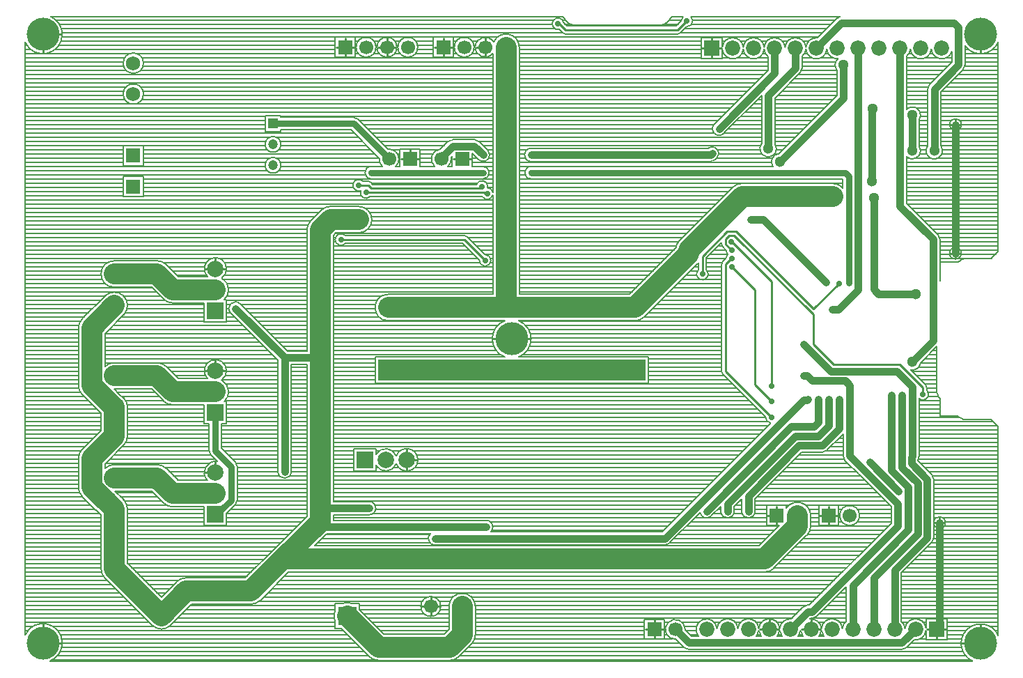
<source format=gbl>
G04*
G04 #@! TF.GenerationSoftware,Altium Limited,Altium Designer,22.7.1 (60)*
G04*
G04 Layer_Physical_Order=2*
G04 Layer_Color=16711680*
%FSLAX44Y44*%
%MOMM*%
G71*
G04*
G04 #@! TF.SameCoordinates,F9262A58-C723-4885-9EE7-A1CEE64B0761*
G04*
G04*
G04 #@! TF.FilePolarity,Positive*
G04*
G01*
G75*
%ADD14C,0.2540*%
%ADD65C,2.3000*%
%ADD66R,2.3000X2.3000*%
%ADD69R,1.2000X1.2000*%
%ADD70C,1.2000*%
%ADD71C,1.7500*%
%ADD72R,1.7500X1.7500*%
%ADD73R,2.5000X2.5000*%
%ADD74C,2.5000*%
%ADD75C,1.8400*%
%ADD76R,1.8400X1.8400*%
%ADD80R,2.0000X2.0000*%
%ADD81C,2.0000*%
%ADD82R,2.0000X2.0000*%
%ADD87C,0.2032*%
%ADD88C,2.5000*%
%ADD89C,0.9000*%
%ADD90C,0.8000*%
%ADD91R,1.7500X1.7500*%
%ADD92C,1.7000*%
%ADD93R,1.7000X1.7000*%
%ADD94R,1.7000X1.7000*%
%ADD95C,4.0000*%
%ADD96C,0.7000*%
%ADD97C,1.3000*%
D14*
X1170000Y747460D02*
Y770000D01*
X1139698Y660400D02*
Y666440D01*
X1133658Y660400D02*
X1139698D01*
Y654360D02*
Y660400D01*
X1145738D01*
X1139444Y503936D02*
X1145484D01*
X1133404D02*
X1139444D01*
Y497896D02*
Y503936D01*
Y509976D01*
X843430Y753110D02*
Y764850D01*
Y753110D02*
X855170D01*
X843430Y741370D02*
Y753110D01*
X831690D02*
X843430D01*
X567690Y754380D02*
Y765420D01*
X556650Y754380D02*
X567690D01*
Y743340D02*
Y754380D01*
X539750Y618490D02*
X550790D01*
X985520Y185420D02*
Y196460D01*
X974480Y185420D02*
X985520D01*
X996560D01*
X1120140Y176784D02*
Y182824D01*
Y176784D02*
X1126180D01*
X1120140Y170744D02*
Y176784D01*
X1114100D02*
X1120140D01*
X1170000Y30000D02*
Y52540D01*
X1116330Y46990D02*
X1128070D01*
X1147460Y30000D02*
X1170000D01*
X1116330Y46990D02*
Y58730D01*
X1104590Y46990D02*
X1116330D01*
Y35250D02*
Y46990D01*
X985520Y174380D02*
Y185420D01*
X922020Y174380D02*
Y185420D01*
Y196460D01*
X910980Y185420D02*
X922020D01*
X600000Y400000D02*
X622540D01*
X577460D02*
X600000D01*
X963930Y46990D02*
Y58730D01*
X952190Y46990D02*
X963930D01*
X975670D01*
X913130D02*
Y58730D01*
X901390Y46990D02*
X913130D01*
X924870D01*
X773430D02*
Y58030D01*
X762390Y46990D02*
X773430D01*
X784470D01*
X773430Y35950D02*
Y46990D01*
X516890Y754380D02*
Y765420D01*
Y754380D02*
X527930D01*
X516890Y743340D02*
Y754380D01*
X505850D02*
X516890D01*
X448310D02*
Y765420D01*
X437270Y754380D02*
X448310D01*
X459350D01*
X448310Y743340D02*
Y754380D01*
X476250Y618490D02*
Y629530D01*
X397510Y754380D02*
Y765420D01*
Y754380D02*
X408550D01*
X386470D02*
X397510D01*
Y743340D02*
Y754380D01*
X528710Y618490D02*
X539750D01*
X476250D02*
X487290D01*
X465210D02*
X476250D01*
X239780Y485140D02*
X252320D01*
X227240D02*
X239780D01*
Y497680D01*
X30000Y770000D02*
X52540D01*
X30000Y747460D02*
Y770000D01*
X239780Y361315D02*
Y373855D01*
Y361315D02*
X252320D01*
X227240D02*
X239780D01*
X472440Y252980D02*
X484980D01*
X472440Y240440D02*
Y252980D01*
Y265520D01*
X501650Y74830D02*
Y85870D01*
X490610Y74830D02*
X501650D01*
X512690D01*
X501650Y63790D02*
Y74830D01*
X239780Y237490D02*
Y250030D01*
X227240Y237490D02*
X239780D01*
X30000Y30480D02*
X52540D01*
X30000D02*
Y53020D01*
X665163Y775208D02*
X801878D01*
X813054Y786384D01*
X657543Y782828D02*
X665163Y775208D01*
X656336Y782828D02*
X657543D01*
X872711Y530639D02*
X967105Y436245D01*
X998220Y467360D01*
X991502Y368990D02*
X1071512D01*
X966631Y393861D02*
Y429535D01*
Y393861D02*
X991502Y368990D01*
X915670Y342900D02*
Y470078D01*
X831850Y500300D02*
X862189Y530639D01*
X872711D01*
X860011Y521277D02*
X864293Y525559D01*
X867321Y518249D02*
X867499D01*
X915670Y470078D01*
X831850Y478790D02*
Y500300D01*
X864293Y525559D02*
X870607D01*
X860011Y515221D02*
Y521277D01*
Y515221D02*
X867232Y508000D01*
X870607Y525559D02*
X966631Y429535D01*
X867232Y508000D02*
X867410D01*
X860100Y490708D02*
X867321Y497929D01*
X867499D01*
X392430Y520700D02*
X542290D01*
X567690Y495300D01*
X860100Y360370D02*
Y490708D01*
Y360370D02*
X915670Y304800D01*
X895350Y344170D02*
X915670Y323850D01*
X895350Y344170D02*
Y459740D01*
X867410Y487680D02*
X895350Y459740D01*
X425450Y586740D02*
X429260Y582930D01*
X414020Y586740D02*
X425450D01*
X1099820Y332740D02*
Y340682D01*
X1071512Y368990D02*
X1099820Y340682D01*
X422910Y577850D02*
X566512D01*
X569377Y577433D02*
X570230Y576580D01*
X566512Y577850D02*
X566929Y577433D01*
X569377D01*
X429260Y582930D02*
X560162D01*
X560579Y583347D01*
X560860D01*
X562673Y585160D02*
X563880D01*
X560860Y583347D02*
X562673Y585160D01*
D65*
X174020Y63500D02*
D03*
D66*
X400020D02*
D03*
D69*
X309830Y661670D02*
D03*
D70*
Y636270D02*
D03*
Y610870D02*
D03*
D71*
X140000Y697500D02*
D03*
Y735000D02*
D03*
D72*
Y585000D02*
D03*
D73*
X450000Y361900D02*
D03*
X750000D02*
D03*
D74*
X450000Y438100D02*
D03*
X750000D02*
D03*
D75*
X1122830Y753110D02*
D03*
X1097430D02*
D03*
X1072030D02*
D03*
X1046630D02*
D03*
X1021230D02*
D03*
X995830D02*
D03*
X970430D02*
D03*
X945030D02*
D03*
X919630D02*
D03*
X894230D02*
D03*
X868830D02*
D03*
X938530Y46990D02*
D03*
X836930D02*
D03*
X862330D02*
D03*
X887730D02*
D03*
X989330D02*
D03*
X1014730D02*
D03*
X1040130D02*
D03*
X1065530D02*
D03*
X1090930D02*
D03*
X963930D02*
D03*
X913130D02*
D03*
D76*
X843430Y753110D02*
D03*
X1116330Y46990D02*
D03*
D80*
X239780Y434340D02*
D03*
Y310515D02*
D03*
Y186690D02*
D03*
D81*
Y459740D02*
D03*
Y485140D02*
D03*
Y335915D02*
D03*
Y361315D02*
D03*
Y212090D02*
D03*
Y237490D02*
D03*
X447040Y252980D02*
D03*
X472440D02*
D03*
X990600Y572770D02*
D03*
X414020Y544830D02*
D03*
D82*
X421640Y252980D02*
D03*
D87*
X1151056Y756000D02*
G03*
X1191444Y760251I18944J14000D01*
G01*
X1148697Y727094D02*
G03*
X1151056Y732790I-5696J5696D01*
G01*
X1148697Y727094D02*
G03*
X1151056Y732790I-5696J5696D01*
G01*
X1110130Y751916D02*
G03*
X1134944Y749114I12700J1194D01*
G01*
X1084730Y751916D02*
G03*
X1110130Y751916I12700J1194D01*
G01*
X1108093Y709277D02*
G03*
X1105734Y703580I5696J-5696D01*
G01*
X1108093Y709277D02*
G03*
X1105734Y703580I5696J-5696D01*
G01*
X1095176Y665811D02*
G03*
X1097176Y671830I-8056J6019D01*
G01*
D02*
G03*
X1080086Y679016I-10056J0D01*
G01*
X999117Y791444D02*
G03*
X995213Y789286I1793J-7854D01*
G01*
X999117Y791444D02*
G03*
X995213Y789286I1793J-7854D01*
G01*
X1080086Y743220D02*
G03*
X1084730Y751916I-8056J9890D01*
G01*
X983130D02*
G03*
X996708Y740384I12700J1194D01*
G01*
X957730Y751916D02*
G03*
X983130Y751916I12700J1194D01*
G01*
X971727Y765800D02*
G03*
X957730Y754304I-1297J-12690D01*
G01*
D02*
G03*
X932330Y754304I-12700J-1194D01*
G01*
D02*
G03*
X906930Y754304I-12700J-1194D01*
G01*
X952936Y743100D02*
G03*
X957730Y751916I-7906J10010D01*
G01*
X906930D02*
G03*
X911574Y743220I12700J1194D01*
G01*
X996708Y740384D02*
G03*
X995244Y726771I6592J-7594D01*
G01*
X950576Y723283D02*
G03*
X952936Y728980I-5696J5696D01*
G01*
X950576Y723283D02*
G03*
X952936Y728980I-5696J5696D01*
G01*
X1146754Y660400D02*
G03*
X1146754Y660400I-7056J0D01*
G01*
X1123846Y628650D02*
G03*
X1121846Y634669I-10056J0D01*
G01*
X1105734D02*
G03*
X1123846Y628650I8056J-6019D01*
G01*
X1146500Y503936D02*
G03*
X1146500Y503936I-7056J0D01*
G01*
X1150400Y497556D02*
G03*
X1145057Y495343I0J-7556D01*
G01*
X1150400Y497556D02*
G03*
X1145051Y495337I0J-7556D01*
G01*
X1120576Y520936D02*
G03*
X1118216Y526632I-8056J0D01*
G01*
X1120576Y520936D02*
G03*
X1118216Y526632I-8056J0D01*
G01*
X1097176Y628650D02*
G03*
X1095176Y634669I-10056J0D01*
G01*
X1080086Y621464D02*
G03*
X1097176Y628650I7034J7186D01*
G01*
X921916Y631190D02*
G03*
X919916Y637209I-10056J0D01*
G01*
X903804D02*
G03*
X921916Y631190I8056J-6019D01*
G01*
X924389Y624972D02*
G03*
X917401Y609536I1441J-9952D01*
G01*
X1002634Y583399D02*
G03*
X990600Y588826I-12034J-10629D01*
G01*
X906930Y754304D02*
G03*
X881530Y754304I-12700J-1194D01*
G01*
D02*
G03*
X856186Y754797I-12700J-1194D01*
G01*
X812827Y779332D02*
G03*
X820110Y786384I227J7052D01*
G01*
D02*
G03*
X817972Y791444I-7056J0D01*
G01*
X808136D02*
G03*
X806002Y786157I4918J-5060D01*
G01*
X668803Y784038D02*
G03*
X674940Y781444I6137J5962D01*
G01*
X668803Y784038D02*
G03*
X674940Y781444I6137J5962D01*
G01*
X801878Y770382D02*
G03*
X805298Y771803I0J4826D01*
G01*
X801878Y770382D02*
G03*
X805291Y771796I0J4826D01*
G01*
X781940Y781444D02*
G03*
X788057Y784018I0J8556D01*
G01*
X781940Y781444D02*
G03*
X788057Y784018I0J8556D01*
G01*
X881530Y751916D02*
G03*
X906930Y751916I12700J1194D01*
G01*
X856186Y751423D02*
G03*
X881530Y751916I12644J1687D01*
G01*
X846473Y661016D02*
G03*
X857867Y649623I5696J-5696D01*
G01*
X851716Y625220D02*
G03*
X838775Y631626I-8056J0D01*
G01*
X661750Y771796D02*
G03*
X665163Y770382I3413J3413D01*
G01*
X661743Y771803D02*
G03*
X665163Y770382I3420J3405D01*
G01*
X663313Y783883D02*
G03*
X657650Y775895I-6977J-1055D01*
G01*
X609146Y754380D02*
G03*
X578176Y760328I-16056J0D01*
G01*
X554346Y754380D02*
G03*
X554346Y754380I-12056J0D01*
G01*
X578176Y760328D02*
G03*
X577034Y746762I-10487J-5948D01*
G01*
X560386Y639726D02*
G03*
X554690Y642086I-5696J-5696D01*
G01*
X560386Y639726D02*
G03*
X554690Y642086I-5696J-5696D01*
G01*
X880110Y588826D02*
G03*
X868757Y584123I0J-16056D01*
G01*
X880110Y588826D02*
G03*
X868757Y584123I0J-16056D01*
G01*
X849357Y619524D02*
G03*
X851716Y625220I-5696J5696D01*
G01*
X855185Y515221D02*
G03*
X856606Y511801I4826J0D01*
G01*
X855185Y515221D02*
G03*
X856599Y511809I4826J0D01*
G01*
X860354Y508053D02*
G03*
X862512Y502921I7056J-53D01*
G01*
X842010Y615514D02*
G03*
X847707Y617873I0J8056D01*
G01*
X842010Y615514D02*
G03*
X847707Y617873I0J8056D01*
G01*
X623570Y631626D02*
G03*
X623570Y615514I0J-8056D01*
G01*
Y609536D02*
G03*
X623570Y594424I0J-7556D01*
G01*
X803987Y519353D02*
G03*
X799442Y510249I11353J-11353D01*
G01*
X803987Y519353D02*
G03*
X799442Y510249I11353J-11353D01*
G01*
X862512Y502921D02*
G03*
X860443Y497876I4987J-4992D01*
G01*
X856695Y494128D02*
G03*
X855274Y490708I3405J-3420D01*
G01*
X856687Y494120D02*
G03*
X855274Y490708I3413J-3413D01*
G01*
X827024Y483937D02*
G03*
X838906Y478790I4826J-5148D01*
G01*
D02*
G03*
X836676Y483937I-7056J0D01*
G01*
X559454Y617873D02*
G03*
X573206Y623570I5696J5696D01*
G01*
D02*
G03*
X570846Y629267I-8056J0D01*
G01*
X565150Y594424D02*
G03*
X572706Y601980I0J7556D01*
G01*
D02*
G03*
X565150Y609536I-7556J0D01*
G01*
X570765Y583616D02*
G03*
X570936Y585160I-6885J1544D01*
G01*
D02*
G03*
X557319Y587756I-7056J0D01*
G01*
X564136Y573024D02*
G03*
X577034Y574711I6094J3556D01*
G01*
Y578449D02*
G03*
X570765Y583616I-6804J-1869D01*
G01*
X545710Y524105D02*
G03*
X542290Y525526I-3420J-3405D01*
G01*
X545703Y524113D02*
G03*
X542290Y525526I-3413J-3413D01*
G01*
X574746Y495300D02*
G03*
X567463Y502352I-7056J0D01*
G01*
X560638Y495527D02*
G03*
X574746Y495300I7052J-227D01*
G01*
X1116944Y334730D02*
G03*
X1119163Y329381I7556J0D01*
G01*
X1116944Y334730D02*
G03*
X1119157Y329387I7556J0D01*
G01*
X1106876Y332740D02*
G03*
X1104646Y337887I-7056J0D01*
G01*
Y340682D02*
G03*
X1103232Y344095I-4826J0D01*
G01*
X1104646Y340682D02*
G03*
X1103225Y344102I-4826J0D01*
G01*
X1095176Y327428D02*
G03*
X1106876Y332740I4644J5312D01*
G01*
X1143887Y304657D02*
G03*
X1149230Y302444I5343J5343D01*
G01*
X1143881Y304663D02*
G03*
X1149230Y302444I5349J5337D01*
G01*
X1113066Y229570D02*
G03*
X1110706Y235266I-8056J0D01*
G01*
X1113066Y229570D02*
G03*
X1110706Y235266I-8056J0D01*
G01*
X1085060Y362267D02*
G03*
X1097072Y370669I2060J9843D01*
G01*
X1094016Y253071D02*
G03*
X1095176Y257236I-6896J4165D01*
G01*
X1094016Y253071D02*
G03*
X1095176Y257236I-6896J4165D01*
G01*
X1002864Y258000D02*
G03*
X1005223Y252304I8056J0D01*
G01*
X1002864Y258000D02*
G03*
X1005223Y252304I8056J0D01*
G01*
X1021729Y235798D02*
G03*
X1022464Y234953I6431J4852D01*
G01*
X1021729Y235798D02*
G03*
X1022464Y234953I6431J4852D01*
G01*
X1022976Y185420D02*
G03*
X1022976Y185420I-12056J0D01*
G01*
X1127196Y176784D02*
G03*
X1127196Y176784I-7056J0D01*
G01*
X1110706Y152705D02*
G03*
X1113066Y158402I-5696J5696D01*
G01*
X1110706Y152705D02*
G03*
X1113066Y158402I-5696J5696D01*
G01*
X1191444Y39749D02*
G03*
X1160251Y8556I-21444J-9749D01*
G01*
X1103574Y48677D02*
G03*
X1078230Y48184I-12644J-1687D01*
G01*
X1089633Y34300D02*
G03*
X1103574Y45303I1297J12690D01*
G01*
X1074690Y22694D02*
G03*
X1080387Y25054I0J8056D01*
G01*
X1074690Y22694D02*
G03*
X1080387Y25054I0J8056D01*
G01*
X1078230Y48184D02*
G03*
X1073586Y56880I-12700J-1194D01*
G01*
X1006674D02*
G03*
X1002030Y48184I8056J-9890D01*
G01*
D02*
G03*
X976630Y48184I-12700J-1194D01*
G01*
X908618Y305027D02*
G03*
X915030Y297773I7052J-227D01*
G01*
X977600Y262234D02*
G03*
X983297Y264594I0J8056D01*
G01*
X977600Y262234D02*
G03*
X983297Y264594I0J8056D01*
G01*
X855274Y360370D02*
G03*
X856695Y356950I4826J0D01*
G01*
X855274Y360370D02*
G03*
X856687Y356958I4826J0D01*
G01*
X963476Y185420D02*
G03*
X934076Y194349I-16056J0D01*
G01*
X958773Y161197D02*
G03*
X963476Y172550I-11353J11353D01*
G01*
X879674Y190500D02*
G03*
X895786Y190500I8056J0D01*
G01*
X854274D02*
G03*
X870386Y190500I8056J0D01*
G01*
X829019Y188976D02*
G03*
X842626Y184804I7911J1523D01*
G01*
X750000Y422044D02*
G03*
X761353Y426747I0J16056D01*
G01*
X750000Y422044D02*
G03*
X761353Y426747I0J16056D01*
G01*
X750000Y422044D02*
G03*
X761353Y426747I0J16056D01*
G01*
X623556Y400000D02*
G03*
X608304Y422044I-23556J0D01*
G01*
X591696D02*
G03*
X591697Y377956I8304J-22044D01*
G01*
X608303D02*
G03*
X623556Y400000I-8303J22044D01*
G01*
X577016Y171450D02*
G03*
X568960Y179506I-8056J0D01*
G01*
X958773Y161197D02*
G03*
X963476Y172550I-11353J11353D01*
G01*
X965200Y60524D02*
G03*
X970897Y62884I0J8056D01*
G01*
X960120Y76636D02*
G03*
X954424Y74276I0J-8056D01*
G01*
X960120Y76636D02*
G03*
X954424Y74276I0J-8056D01*
G01*
X965200Y60524D02*
G03*
X970897Y62884I0J8056D01*
G01*
X939827Y59680D02*
G03*
X925830Y48184I-1297J-12690D01*
G01*
X976630D02*
G03*
X962610Y59678I-12700J-1194D01*
G01*
X907585Y116659D02*
G03*
X918938Y121362I0J16056D01*
G01*
X907585Y116659D02*
G03*
X918938Y121362I0J16056D01*
G01*
X925830Y48184D02*
G03*
X900430Y48184I-12700J-1194D01*
G01*
D02*
G03*
X875030Y48184I-12700J-1194D01*
G01*
D02*
G03*
X849630Y48184I-12700J-1194D01*
G01*
X973715Y38806D02*
G03*
X976630Y45796I-9785J8184D01*
G01*
X948315Y38806D02*
G03*
X951230Y45796I-9785J8184D01*
G01*
X925830D02*
G03*
X928745Y38806I12700J1194D01*
G01*
X951230Y45796D02*
G03*
X954145Y38806I12700J1194D01*
G01*
X976630Y45796D02*
G03*
X979545Y38806I12700J1194D01*
G01*
X922915D02*
G03*
X925830Y45796I-9785J8184D01*
G01*
X897515Y38806D02*
G03*
X900430Y45796I-9785J8184D01*
G01*
X849630Y48184D02*
G03*
X827145Y38806I-12700J-1194D01*
G01*
X900430Y45796D02*
G03*
X903345Y38806I12700J1194D01*
G01*
X786130Y149424D02*
G03*
X791826Y151784I0J8056D01*
G01*
X786130Y149424D02*
G03*
X791826Y151784I0J8056D01*
G01*
X574430Y165536D02*
G03*
X577016Y171450I-5470J5914D01*
G01*
X550354Y86886D02*
G03*
X529146Y86886I-10604J-12056D01*
G01*
X551806Y85434D02*
G03*
X550354Y86886I-12056J-10604D01*
G01*
X555806Y74830D02*
G03*
X551806Y85434I-16056J0D01*
G01*
X810886Y46990D02*
G03*
X799476Y34951I-12056J0D01*
G01*
X809373Y25054D02*
G03*
X815070Y22694I5696J5696D01*
G01*
X809373Y25054D02*
G03*
X815070Y22694I5696J5696D01*
G01*
X551103Y29287D02*
G03*
X555806Y40640I-11353J11353D01*
G01*
X551103Y29287D02*
G03*
X555806Y40640I-11353J11353D01*
G01*
X485766Y754380D02*
G03*
X485766Y754380I-12056J0D01*
G01*
X460366D02*
G03*
X460366Y754380I-12056J0D01*
G01*
X528334Y642086D02*
G03*
X522637Y639726I0J-8056D01*
G01*
X528334Y642086D02*
G03*
X522637Y639726I0J-8056D01*
G01*
X526406Y618490D02*
G03*
X526231Y620535I-12056J0D01*
G01*
X513421Y630510D02*
G03*
X506277Y609536I929J-12020D01*
G01*
X462906Y618490D02*
G03*
X449550Y630476I-12056J0D01*
G01*
X438864Y619790D02*
G03*
X442777Y609536I11986J-1300D01*
G01*
X434966Y754380D02*
G03*
X434966Y754380I-12056J0D01*
G01*
X413019Y667007D02*
G03*
X407670Y669226I-5349J-5337D01*
G01*
X413013Y667013D02*
G03*
X407670Y669226I-5343J-5343D01*
G01*
X522423Y609536D02*
G03*
X526406Y618490I-8073J8954D01*
G01*
X458923Y609536D02*
G03*
X462906Y618490I-8073J8954D01*
G01*
X429260Y609536D02*
G03*
X429260Y594424I0J-7556D01*
G01*
X428870Y590145D02*
G03*
X425450Y591566I-3420J-3405D01*
G01*
X428862Y590153D02*
G03*
X425450Y591566I-3413J-3413D01*
G01*
X419168D02*
G03*
X416199Y580029I-5148J-4826D01*
G01*
X430076Y544830D02*
G03*
X414020Y560886I-16056J0D01*
G01*
X416199Y580029D02*
G03*
X428058Y573024I6711J-2179D01*
G01*
X414020Y528774D02*
G03*
X430076Y544830I0J16056D01*
G01*
X397578Y525526D02*
G03*
X397578Y515874I-5148J-4826D01*
G01*
X450000Y454156D02*
G03*
X450000Y422044I0J-16056D01*
G01*
Y454156D02*
G03*
X450000Y422044I0J-16056D01*
G01*
X379730Y560886D02*
G03*
X368377Y556183I0J-16056D01*
G01*
X379730Y560886D02*
G03*
X368377Y556183I0J-16056D01*
G01*
X319386Y636270D02*
G03*
X319386Y636270I-9556J0D01*
G01*
X355677Y543483D02*
G03*
X350974Y532130I11353J-11353D01*
G01*
X319386Y610870D02*
G03*
X319386Y610870I-9556J0D01*
G01*
X355677Y543483D02*
G03*
X350974Y532130I11353J-11353D01*
G01*
X152306Y735000D02*
G03*
X152306Y735000I-12306J0D01*
G01*
X53556Y770000D02*
G03*
X39749Y791444I-23556J0D01*
G01*
X152306Y697500D02*
G03*
X152306Y697500I-12306J0D01*
G01*
X253336Y485140D02*
G03*
X229959Y475796I-13556J0D01*
G01*
X247354Y473897D02*
G03*
X253336Y485140I-7574J11243D01*
G01*
X255836Y459740D02*
G03*
X247354Y473897I-16056J0D01*
G01*
X250620Y447896D02*
G03*
X255836Y459740I-10840J11844D01*
G01*
X180138Y490143D02*
G03*
X168785Y494846I-11353J-11353D01*
G01*
X180138Y490143D02*
G03*
X168785Y494846I-11353J-11353D01*
G01*
X116840D02*
G03*
X116840Y462734I0J-16056D01*
G01*
X127444Y452746D02*
G03*
X106236Y452746I-10604J-12056D01*
G01*
X8556Y760251D02*
G03*
X53556Y770000I21444J9749D01*
G01*
X269856Y442576D02*
G03*
X258463Y431184I-5696J-5696D01*
G01*
X176482Y448387D02*
G03*
X187835Y443684I11353J11353D01*
G01*
X176482Y448387D02*
G03*
X187835Y443684I11353J11353D01*
G01*
X132896Y440690D02*
G03*
X128896Y451294I-16056J0D01*
G01*
Y430086D02*
G03*
X132896Y440690I-12056J10604D01*
G01*
X180138Y366318D02*
G03*
X168785Y371021I-11353J-11353D01*
G01*
X180138Y366318D02*
G03*
X168785Y371021I-11353J-11353D01*
G01*
X128193Y429337D02*
G03*
X128896Y430086I-11353J11353D01*
G01*
Y451294D02*
G03*
X127444Y452746I-12056J-10604D01*
G01*
X106236D02*
G03*
X105487Y452043I10604J-12056D01*
G01*
X77947Y424503D02*
G03*
X73244Y413150I11353J-11353D01*
G01*
X77947Y424503D02*
G03*
X73244Y413150I11353J-11353D01*
G01*
X116840Y371021D02*
G03*
X105356Y366186I0J-16056D01*
G01*
X485996Y252980D02*
G03*
X459740Y257721I-13556J0D01*
G01*
Y248239D02*
G03*
X485996Y252980I12700J4741D01*
G01*
X459740Y257721D02*
G03*
X435196Y259574I-12700J-4741D01*
G01*
Y246386D02*
G03*
X459740Y248239I11844J6594D01*
G01*
X315794Y238760D02*
G03*
X331906Y238760I8056J0D01*
G01*
X529146Y86886D02*
G03*
X527694Y85434I10604J-12056D01*
G01*
D02*
G03*
X523694Y74830I12056J-10604D01*
G01*
X426720Y186254D02*
G03*
X434776Y194310I0J8056D01*
G01*
D02*
G03*
X426720Y202366I-8056J0D01*
G01*
X501260Y163394D02*
G03*
X506730Y149424I5470J-5914D01*
G01*
X405598Y78556D02*
G03*
X394442Y78556I-5578J-15056D01*
G01*
X513706Y74830D02*
G03*
X513706Y74830I-12056J0D01*
G01*
X524510Y9344D02*
G03*
X535863Y14047I0J16056D01*
G01*
X524510Y9344D02*
G03*
X535863Y14047I0J16056D01*
G01*
X384964Y69078D02*
G03*
X384964Y57922I15056J-5578D01*
G01*
X426767Y14047D02*
G03*
X438120Y9344I11353J11353D01*
G01*
X426767Y14047D02*
G03*
X438120Y9344I11353J11353D01*
G01*
X255836Y335915D02*
G03*
X247354Y350072I-16056J0D01*
G01*
D02*
G03*
X253336Y361315I-7574J11243D01*
G01*
X250620Y324071D02*
G03*
X255836Y335915I-10840J11844D01*
G01*
X253336Y361315D02*
G03*
X229959Y351971I-13556J0D01*
G01*
X132896Y316865D02*
G03*
X128896Y327469I-16056J0D01*
G01*
X132896Y316865D02*
G03*
X128896Y327469I-16056J0D01*
G01*
D02*
G03*
X127444Y328921I-12056J-10604D01*
G01*
X176482Y324562D02*
G03*
X187835Y319859I11353J11353D01*
G01*
X176482Y324562D02*
G03*
X187835Y319859I11353J11353D01*
G01*
X232224Y263879D02*
G03*
X234443Y258531I7556J0D01*
G01*
X232224Y263879D02*
G03*
X234437Y258536I7556J0D01*
G01*
X266376Y244839D02*
G03*
X264163Y250182I-7556J0D01*
G01*
X266376Y244839D02*
G03*
X264157Y250188I-7556J0D01*
G01*
X242133Y250840D02*
G03*
X229959Y228146I-2353J-13350D01*
G01*
X128193Y270716D02*
G03*
X132896Y282069I-11353J11353D01*
G01*
X128193Y270716D02*
G03*
X132896Y282069I-11353J11353D01*
G01*
X180138Y242493D02*
G03*
X168785Y247196I-11353J-11353D01*
G01*
X180138Y242493D02*
G03*
X168785Y247196I-11353J-11353D01*
G01*
X127444Y328921D02*
G03*
X124697Y330867I-10604J-12056D01*
G01*
X127444Y328921D02*
G03*
X124697Y330867I-10604J-12056D01*
G01*
X128896Y327469D02*
G03*
X127444Y328921I-12056J-10604D01*
G01*
X73244Y343558D02*
G03*
X77947Y332204I16056J0D01*
G01*
X73244Y343558D02*
G03*
X77947Y332204I16056J0D01*
G01*
X116840Y247196D02*
G03*
X105356Y242361I0J-16056D01*
G01*
X77947Y265882D02*
G03*
X73244Y254529I11353J-11353D01*
G01*
X77947Y265882D02*
G03*
X73244Y254529I11353J-11353D01*
G01*
X264163Y198860D02*
G03*
X266376Y204203I-5343J5343D01*
G01*
X264157Y198855D02*
G03*
X266376Y204203I-5337J5349D01*
G01*
X176482Y200737D02*
G03*
X187835Y196034I11353J11353D01*
G01*
X176482Y200737D02*
G03*
X187835Y196034I11353J11353D01*
G01*
X132896Y193040D02*
G03*
X128896Y203644I-16056J0D01*
G01*
D02*
G03*
X128193Y204393I-12056J-10604D01*
G01*
X128896Y203644D02*
G03*
X128193Y204393I-12056J-10604D01*
G01*
X132896Y193040D02*
G03*
X128896Y203644I-16056J0D01*
G01*
X282810Y77524D02*
G03*
X294163Y82227I0J16056D01*
G01*
X282810Y77524D02*
G03*
X294163Y82227I0J16056D01*
G01*
X204100Y109636D02*
G03*
X192747Y104933I0J-16056D01*
G01*
X204100Y109636D02*
G03*
X192747Y104933I0J-16056D01*
G01*
X162667Y52147D02*
G03*
X185373Y52147I11353J11353D01*
G01*
X162667D02*
G03*
X185373Y52147I11353J11353D01*
G01*
X73244Y219733D02*
G03*
X77947Y208379I16056J0D01*
G01*
X73244Y219733D02*
G03*
X77947Y208379I16056J0D01*
G01*
X94079Y192247D02*
G03*
X97576Y189598I11353J11353D01*
G01*
X94079Y192247D02*
G03*
X97576Y189598I11353J11353D01*
G01*
X100784Y120680D02*
G03*
X105487Y109327I16056J0D01*
G01*
X100784Y120680D02*
G03*
X105487Y109327I16056J0D01*
G01*
X38615Y8556D02*
G03*
X53556Y30480I-8615J21924D01*
G01*
D02*
G03*
X8556Y40229I-23556J0D01*
G01*
X1185004Y751840D02*
X1191444D01*
X1189591Y756920D02*
X1191444D01*
X1173846Y746760D02*
X1191444D01*
X1151056D02*
X1166155D01*
X1151056Y751840D02*
X1154997D01*
X1151056Y736600D02*
X1191444D01*
X1151056Y741680D02*
X1191444D01*
X1150955Y731520D02*
X1191444D01*
X1148043Y726440D02*
X1191444D01*
X1142963Y721360D02*
X1191444D01*
X1133893Y746760D02*
X1134944D01*
X1151056Y732790D02*
Y756000D01*
X1134944Y736127D02*
Y749114D01*
X1108493Y746760D02*
X1111767D01*
X1083093D02*
X1086367D01*
X1128493Y741680D02*
X1134944D01*
X1103093D02*
X1117167D01*
X1080086Y726440D02*
X1125257D01*
X1080086Y736600D02*
X1134944D01*
X1080086Y741680D02*
X1091767D01*
X1080086Y731520D02*
X1130337D01*
X1132803Y711200D02*
X1191444D01*
X1137883Y716280D02*
X1191444D01*
Y506044D02*
Y760251D01*
X1127723Y706120D02*
X1191444D01*
X1122643Y701040D02*
X1191444D01*
X1108093Y709277D02*
X1134944Y736127D01*
X1121846Y700243D02*
X1148697Y727094D01*
X1121846Y680720D02*
X1191444D01*
X1121846Y685800D02*
X1191444D01*
X1121846Y675640D02*
X1191444D01*
X1121846Y690880D02*
X1191444D01*
X1121846Y695960D02*
X1191444D01*
X1121846Y634669D02*
Y700243D01*
X1105734Y634669D02*
Y703580D01*
X1080086Y695960D02*
X1105734D01*
X1080086Y706120D02*
X1106145D01*
X1080086Y701040D02*
X1105734D01*
X1080086Y679016D02*
Y743220D01*
X1096426Y675640D02*
X1105734D01*
X1091820Y680720D02*
X1105734D01*
X1080086Y685800D02*
X1105734D01*
X1080086Y690880D02*
X1105734D01*
X971727Y765800D02*
X995213Y789286D01*
X820036Y787400D02*
X993327D01*
X817972Y791444D02*
X999117D01*
X818822Y782320D02*
X988247D01*
X810735Y777240D02*
X983167D01*
X981493Y746760D02*
X984767D01*
X976093Y741680D02*
X990167D01*
X805655Y772160D02*
X978087D01*
X602914Y767080D02*
X973007D01*
X954178Y762000D02*
X961282D01*
X957204Y756920D02*
X958256D01*
X928778Y762000D02*
X935882D01*
X931804Y756920D02*
X932856D01*
X956093Y746760D02*
X959367D01*
X952936Y741680D02*
X964767D01*
X899893D02*
X911574D01*
X609146Y736600D02*
X911574D01*
X1080086Y721360D02*
X1120177D01*
X1080086Y716280D02*
X1115097D01*
X995244Y695827D02*
Y726771D01*
X943573Y716280D02*
X995244D01*
X948653Y721360D02*
X995244D01*
X938493Y711200D02*
X995244D01*
X1080086D02*
X1110017D01*
X933413Y706120D02*
X995244D01*
X1080086Y680720D02*
X1082420D01*
X923253Y695960D02*
X995244D01*
X928333Y701040D02*
X995244D01*
X924389Y624972D02*
X995244Y695827D01*
X952936Y736600D02*
X993994D01*
X952936Y731520D02*
X993325D01*
X952525Y726440D02*
X995244D01*
X952936Y728980D02*
Y743100D01*
X911574Y726117D02*
Y743220D01*
X919916Y685800D02*
X985217D01*
X919916Y680720D02*
X980137D01*
X919916Y675640D02*
X975057D01*
X919916Y690880D02*
X990297D01*
X919916Y692623D02*
X950576Y723283D01*
X919916Y637209D02*
Y692623D01*
X1146754Y660400D02*
X1191444D01*
X1144595Y665480D02*
X1191444D01*
X1121846Y635000D02*
X1191444D01*
X1144595Y655320D02*
X1191444D01*
X1121846Y645160D02*
X1191444D01*
X1121846Y650240D02*
X1191444D01*
X1121846Y640080D02*
X1191444D01*
X1123096Y624840D02*
X1191444D01*
X1123765Y629920D02*
X1191444D01*
X1116529Y528320D02*
X1191444D01*
X1118490Y619760D02*
X1191444D01*
X1106369Y538480D02*
X1191444D01*
X1101289Y543560D02*
X1191444D01*
X1111449Y533400D02*
X1191444D01*
X1121846Y670560D02*
X1191444D01*
X1097095D02*
X1105734D01*
X1121846Y665480D02*
X1134801D01*
X1121846Y655320D02*
X1134801D01*
X1121846Y660400D02*
X1132642D01*
X1097095Y629920D02*
X1103814D01*
X1145212Y508000D02*
X1191444D01*
X1182956Y497556D02*
X1191444Y506044D01*
X1120576Y518160D02*
X1191444D01*
X1120239Y523240D02*
X1191444D01*
X1120576Y513080D02*
X1191444D01*
X1146426Y502920D02*
X1188320D01*
X1150400Y497556D02*
X1182956D01*
X1142997Y497840D02*
X1183240D01*
X1143270Y493556D02*
X1145051Y495337D01*
X1120576Y508000D02*
X1133676D01*
X1120576Y470862D02*
Y520936D01*
X1120944Y493556D02*
X1143270D01*
X1120944D02*
X1143270D01*
X1120944Y471230D02*
Y493556D01*
X1120576Y497840D02*
X1135891D01*
X1120576Y502920D02*
X1132461D01*
X1120944Y471230D02*
Y493556D01*
X1095176Y650240D02*
X1105734D01*
X1095176Y655320D02*
X1105734D01*
X1095176Y640080D02*
X1105734D01*
X1095176Y645160D02*
X1105734D01*
X1095176Y660400D02*
X1105734D01*
X1095176Y665480D02*
X1105734D01*
X1095176Y634669D02*
Y665811D01*
Y635000D02*
X1105734D01*
X1096426Y624840D02*
X1104484D01*
X1091820Y619760D02*
X1109090D01*
X1080086D02*
X1082420D01*
X919916Y655320D02*
X954737D01*
X919916Y650240D02*
X949657D01*
X919916Y645160D02*
X944577D01*
X919916Y640080D02*
X939497D01*
X919916Y670560D02*
X969977D01*
X919916Y665480D02*
X964897D01*
X919916Y660400D02*
X959817D01*
X921166Y635000D02*
X934417D01*
X921835Y629920D02*
X929337D01*
X919658Y624840D02*
X923664D01*
X849584Y619760D02*
X916961D01*
X1080086Y589280D02*
X1191444D01*
X1080086Y594360D02*
X1191444D01*
X1080086Y579120D02*
X1191444D01*
X1080086Y584200D02*
X1191444D01*
X1080086Y604520D02*
X1191444D01*
X1080086Y609600D02*
X1191444D01*
X1080086Y599440D02*
X1191444D01*
X1091129Y553720D02*
X1191444D01*
X1086049Y558800D02*
X1191444D01*
X1096209Y548640D02*
X1191444D01*
X1080086Y568960D02*
X1191444D01*
X1080086Y574040D02*
X1191444D01*
X1080969Y563880D02*
X1191444D01*
X1080086Y614680D02*
X1191444D01*
X1080086Y564763D02*
Y621464D01*
X623570Y594424D02*
X1002374D01*
X609146Y609600D02*
X917360D01*
X609146Y614680D02*
X915780D01*
X623570Y609536D02*
X917401D01*
X1002634Y583399D02*
Y594164D01*
X1080086Y564763D02*
X1118216Y526632D01*
X609146Y589280D02*
X1002634D01*
X609146Y594360D02*
X1002438D01*
X880110Y588826D02*
X990600D01*
X856186Y754797D02*
Y765866D01*
X830674D02*
X856186D01*
X805298Y771803D02*
X812827Y779332D01*
X903378Y762000D02*
X910482D01*
X877978D02*
X885082D01*
X906404Y756920D02*
X907456D01*
X881004D02*
X882056D01*
X856186Y762000D02*
X859682D01*
X795318Y791444D02*
X808136D01*
X791364Y787400D02*
X806071D01*
X799879Y780034D02*
X806002Y786157D01*
X788057Y784018D02*
X795318Y791444D01*
X785711Y782320D02*
X802165D01*
X674940Y781444D02*
X781940D01*
X905293Y746760D02*
X908567D01*
X894043Y685800D02*
X903804D01*
Y637209D02*
Y695561D01*
X888963Y680720D02*
X903804D01*
X846473Y661016D02*
X911574Y726117D01*
X857867Y649623D02*
X903804Y695561D01*
X878803Y670560D02*
X903804D01*
X883883Y675640D02*
X903804D01*
X873723Y665480D02*
X903804D01*
X863563Y655320D02*
X903804D01*
X868643Y660400D02*
X903804D01*
X858483Y650240D02*
X903804D01*
X879893Y746760D02*
X883167D01*
X856186D02*
X857767D01*
X856186Y740354D02*
Y751423D01*
X830674Y740354D02*
Y765866D01*
X874493Y741680D02*
X888567D01*
X856186D02*
X863167D01*
X899123Y690880D02*
X903804D01*
X830674Y740354D02*
X856186D01*
X664876Y782320D02*
X671169D01*
X663313Y783883D02*
X667162Y780034D01*
X799879D01*
X661609Y791444D02*
X668803Y784038D01*
X661710Y787400D02*
X665537D01*
X609146Y746760D02*
X830674D01*
X665163Y770382D02*
X801878D01*
X609146Y741680D02*
X830674D01*
X608944Y756920D02*
X830674D01*
X607223Y762000D02*
X830674D01*
X609146Y751840D02*
X830674D01*
X657650Y775895D02*
X661743Y771803D01*
X551632Y762000D02*
X558348D01*
X577033D02*
X578957D01*
X554075Y751840D02*
X555905D01*
X554075Y756920D02*
X555905D01*
X551632Y746760D02*
X558348D01*
X609146Y716280D02*
X901737D01*
X609146Y711200D02*
X896657D01*
X609146Y706120D02*
X891577D01*
X609146Y701040D02*
X886497D01*
X609146Y726440D02*
X911574D01*
X609146Y731520D02*
X911574D01*
X609146Y721360D02*
X906817D01*
X609146Y640080D02*
X903804D01*
X609146Y645160D02*
X903804D01*
X609146Y635000D02*
X902554D01*
X609146Y695960D02*
X881417D01*
X609146Y690880D02*
X876337D01*
X609146Y685800D02*
X871257D01*
X609146Y670560D02*
X856017D01*
X609146Y665480D02*
X850937D01*
X609146Y660400D02*
X845918D01*
X609146Y655320D02*
X844114D01*
X609146Y680720D02*
X866177D01*
X609146Y675640D02*
X861097D01*
X577034Y578449D02*
Y746762D01*
X609146Y650240D02*
X845918D01*
X565113Y635000D02*
X577034D01*
X560386Y639726D02*
X570846Y629267D01*
X560009Y640080D02*
X577034D01*
X851707Y624840D02*
X904062D01*
X850203Y629920D02*
X901885D01*
X847707Y617873D02*
X849357Y619524D01*
X803987Y519353D02*
X868757Y584123D01*
X856606Y511801D02*
X860354Y508053D01*
X851455Y513080D02*
X855686D01*
X855185Y515221D02*
Y516810D01*
X846375Y508000D02*
X860354D01*
X623570Y615514D02*
X842010D01*
X623570Y631626D02*
X838775D01*
X609146Y604520D02*
X616454D01*
X609146Y508000D02*
X797193D01*
X609146Y523240D02*
X807873D01*
X609146Y518160D02*
X802907D01*
X609146Y513080D02*
X800109D01*
X856695Y494128D02*
X860443Y497876D01*
X841295Y502920D02*
X862511D01*
X836676Y498301D02*
X855185Y516810D01*
X836676Y497840D02*
X860407D01*
X837789Y482600D02*
X855274D01*
X836676Y487680D02*
X855274D01*
X838791Y477520D02*
X855274D01*
X836676Y492760D02*
X855732D01*
X834927Y472440D02*
X855274D01*
X822287Y487680D02*
X827024D01*
X609146D02*
X776873D01*
X836676Y483937D02*
Y498301D01*
X827024Y483937D02*
Y492427D01*
X609146Y502920D02*
X792113D01*
X609146Y497840D02*
X787033D01*
X609146Y492760D02*
X781953D01*
X817207Y482600D02*
X825911D01*
X812127Y477520D02*
X824909D01*
X609146Y482600D02*
X771793D01*
X609146Y472440D02*
X761633D01*
X807047D02*
X828773D01*
X609146Y629920D02*
X618613D01*
X609146Y624840D02*
X615615D01*
X609146Y619760D02*
X616472D01*
X572266Y604520D02*
X577034D01*
X551806Y614680D02*
X577034D01*
X572248Y619760D02*
X577034D01*
X551806Y609600D02*
X577034D01*
X609146Y584200D02*
X868834D01*
X609146Y599440D02*
X616454D01*
X609146Y579120D02*
X863753D01*
X569608Y589280D02*
X577034D01*
X572266Y599440D02*
X577034D01*
X570870Y584200D02*
X577034D01*
X573105Y624840D02*
X577034D01*
X570193Y629920D02*
X577034D01*
X551806Y625521D02*
X559454Y617873D01*
X551806Y619760D02*
X557567D01*
X551806Y609536D02*
Y625521D01*
Y609536D02*
X565150D01*
X609146Y558800D02*
X843433D01*
X609146Y553720D02*
X838353D01*
X609146Y548640D02*
X833273D01*
X609146Y543560D02*
X828193D01*
X609146Y574040D02*
X858673D01*
X609146Y568960D02*
X853593D01*
X609146Y563880D02*
X848513D01*
X609146Y533400D02*
X818033D01*
X609146Y528320D02*
X812953D01*
X609146Y477520D02*
X766713D01*
X609146Y538480D02*
X823113D01*
X574273Y497840D02*
X577034D01*
X574273Y492760D02*
X577034D01*
X551655Y518160D02*
X577034D01*
X546575Y523240D02*
X577034D01*
X545710Y524105D02*
X567463Y502352D01*
X566895Y502920D02*
X577034D01*
X561815Y508000D02*
X577034D01*
X556735Y513080D02*
X577034D01*
X540291Y515874D02*
X560638Y495527D01*
X1120944Y306444D02*
Y327600D01*
X1119163Y329381D02*
X1120944Y327600D01*
X1116944Y334730D02*
Y390541D01*
X1106403Y335280D02*
X1116944D01*
X1106403Y330200D02*
X1118453D01*
X1120944Y306444D02*
Y327600D01*
X1095176Y309880D02*
X1120944D01*
Y306444D02*
X1142100D01*
X1120944D02*
X1142100D01*
X1095176Y320040D02*
X1120944D01*
X1095176Y325120D02*
X1120944D01*
X1095176Y314960D02*
X1120944D01*
X1107403Y381000D02*
X1116944D01*
X1112483Y386080D02*
X1116944D01*
X1101887Y345440D02*
X1116944D01*
X1102323Y375920D02*
X1116944D01*
X1097072Y370669D02*
X1116944Y390541D01*
X1097243Y370840D02*
X1116944D01*
X1096807Y350520D02*
X1116944D01*
X1104646Y340360D02*
X1116944D01*
X1104646Y337887D02*
Y340682D01*
X1113066Y223520D02*
X1191444D01*
X1113066Y228600D02*
X1191444D01*
Y39749D02*
Y293786D01*
X1113066Y218440D02*
X1191444D01*
X1107213Y238760D02*
X1191444D01*
X1102133Y243840D02*
X1191444D01*
X1111939Y233680D02*
X1191444D01*
X1113066Y193040D02*
X1191444D01*
X1113066Y198120D02*
X1191444D01*
X1113066Y187960D02*
X1191444D01*
X1113066Y208280D02*
X1191444D01*
X1113066Y213360D02*
X1191444D01*
X1113066Y203200D02*
X1191444D01*
X1182786Y302444D02*
X1191444Y293786D01*
X1149230Y302444D02*
X1182786D01*
X1142100Y306444D02*
X1143881Y304663D01*
X1095176Y304800D02*
X1143744D01*
X1095176Y257236D02*
Y327428D01*
X1113066Y158402D02*
Y229570D01*
X1095176Y259080D02*
X1191444D01*
X1095176Y264160D02*
X1191444D01*
X1097053Y248920D02*
X1191444D01*
X1091727Y355600D02*
X1116944D01*
X1094918Y365760D02*
X1116944D01*
X1095176Y294640D02*
X1190590D01*
X1095176Y299720D02*
X1185510D01*
X1086647Y360680D02*
X1116944D01*
X1085060Y362267D02*
X1103225Y344102D01*
X1095176Y279400D02*
X1191444D01*
X1095176Y284480D02*
X1191444D01*
X1095176Y269240D02*
X1191444D01*
X1095176Y274320D02*
X1191444D01*
X1094498Y254000D02*
X1191444D01*
X1095176Y289560D02*
X1191444D01*
X993023Y274320D02*
X1002864D01*
X998103Y279400D02*
X1002864D01*
Y258000D02*
Y284161D01*
X987943Y269240D02*
X1002864D01*
X982827Y264160D02*
X1002864D01*
X983297Y264594D02*
X1002864Y284161D01*
X949543Y259080D02*
X1002864D01*
X1094016Y251957D02*
Y253071D01*
X944463Y254000D02*
X1003927D01*
X939383Y248920D02*
X1008607D01*
X1094016Y251957D02*
X1110706Y235266D01*
X924143Y233680D02*
X1023737D01*
X1022464Y234953D02*
X1061284Y196133D01*
X919063Y228600D02*
X1028817D01*
X908903Y218440D02*
X1038977D01*
X913983Y223520D02*
X1033897D01*
X903823Y213360D02*
X1044057D01*
X1022705Y187960D02*
X1061284D01*
X1020263Y193040D02*
X1061284D01*
Y176057D02*
Y196133D01*
X895786Y203200D02*
X1054217D01*
X898743Y208280D02*
X1049137D01*
X957244Y198120D02*
X1059297D01*
X1005223Y252304D02*
X1021729Y235798D01*
X997576Y173364D02*
Y197476D01*
X929223Y238760D02*
X1018767D01*
X934303Y243840D02*
X1013687D01*
X973464Y197476D02*
X997576D01*
Y193040D02*
X1001578D01*
X997576Y187960D02*
X999135D01*
X1125908Y172720D02*
X1191444D01*
X1127122Y177800D02*
X1191444D01*
X1113066Y162560D02*
X1191444D01*
X1113066Y167640D02*
X1191444D01*
X1110401Y152400D02*
X1191444D01*
X1113013Y157480D02*
X1191444D01*
X1105321Y147320D02*
X1191444D01*
X1095161Y137160D02*
X1191444D01*
X1100241Y142240D02*
X1191444D01*
X1129086Y55880D02*
X1191444D01*
X1090081Y132080D02*
X1191444D01*
X1079921Y121920D02*
X1191444D01*
X1085001Y127000D02*
X1191444D01*
X1074841Y116840D02*
X1191444D01*
X1123693Y182880D02*
X1191444D01*
X1113066D02*
X1116587D01*
X1113066Y172720D02*
X1114372D01*
X1129086Y50800D02*
X1158944D01*
X1103574Y59746D02*
X1129086D01*
X1100078Y55880D02*
X1103574D01*
X1187543Y45720D02*
X1191444D01*
X1181057Y50800D02*
X1191444D01*
X1129086Y45720D02*
X1152457D01*
X1129086Y34234D02*
Y59746D01*
Y40640D02*
X1148984D01*
X1129086Y35560D02*
X1147110D01*
X1085813Y30480D02*
X1146449D01*
X1103574Y34234D02*
X1129086D01*
X1080733Y25400D02*
X1146898D01*
X1103574Y34234D02*
Y45303D01*
Y48677D02*
Y59746D01*
X1077704Y50800D02*
X1078756D01*
X1096593Y35560D02*
X1103574D01*
X1101993Y40640D02*
X1103574D01*
X1080387Y25054D02*
X1089633Y34300D01*
X1020263Y177800D02*
X1061284D01*
X1022705Y182880D02*
X1061284D01*
X1073586Y115585D02*
X1110706Y152705D01*
X963476Y172720D02*
X1057947D01*
X962707Y167640D02*
X1052867D01*
X959989Y162560D02*
X1047787D01*
X955056Y157480D02*
X1042707D01*
X1073586Y96520D02*
X1191444D01*
X1073586Y101600D02*
X1191444D01*
X1073586Y91440D02*
X1191444D01*
X1073586Y111760D02*
X1191444D01*
X949976Y152400D02*
X1037627D01*
X1073586Y106680D02*
X1191444D01*
X997576Y177800D02*
X1001578D01*
X997576Y182880D02*
X999135D01*
X973464Y173364D02*
X997576D01*
X944896Y147320D02*
X1032547D01*
X939816Y142240D02*
X1027467D01*
X934736Y137160D02*
X1022387D01*
X929656Y132080D02*
X1017307D01*
X1004533Y96520D02*
X1006674D01*
X999453Y91440D02*
X1006674D01*
X924576Y127000D02*
X1012227D01*
X919496Y121920D02*
X1007147D01*
X909989Y116840D02*
X1002067D01*
X1073586Y71120D02*
X1191444D01*
X1073586Y76200D02*
X1191444D01*
X1073586Y60960D02*
X1191444D01*
X1073586Y66040D02*
X1191444D01*
X1073586Y81280D02*
X1191444D01*
X1073586Y86360D02*
X1191444D01*
X1073586Y56880D02*
Y115585D01*
X1074678Y55880D02*
X1081782D01*
X815070Y22694D02*
X1074690D01*
X537057Y15240D02*
X1151642D01*
X542137Y20320D02*
X1148525D01*
X529563Y10160D02*
X1157301D01*
X989293Y81280D02*
X1006674D01*
X994373Y86360D02*
X1006674D01*
Y56880D02*
Y98661D01*
X984213Y76200D02*
X1006674D01*
X961863Y76636D02*
X1061284Y176057D01*
X979133Y71120D02*
X1006674D01*
X970897Y62884D02*
X1006674Y98661D01*
X998478Y55880D02*
X1005582D01*
X1001504Y50800D02*
X1002556D01*
X967814Y60960D02*
X1006674D01*
X974053Y66040D02*
X1006674D01*
X952697Y262234D02*
X977600D01*
X895786Y205323D02*
X952697Y262234D01*
X856695Y356950D02*
X908618Y305027D01*
X895786Y190500D02*
Y205323D01*
X934076Y194349D02*
Y197476D01*
X909964D02*
X934076D01*
X963274Y187960D02*
X973464D01*
X961553Y193040D02*
X973464D01*
X895786Y198120D02*
X937596D01*
X895786Y193040D02*
X909964D01*
X869975Y187960D02*
X880085D01*
X879674Y190500D02*
Y205531D01*
X870386Y196243D02*
X879674Y205531D01*
X796887Y462280D02*
X855274D01*
X801967Y467360D02*
X855274D01*
Y360370D02*
Y490708D01*
X872263Y198120D02*
X879674D01*
X877343Y203200D02*
X879674D01*
X870386Y193040D02*
X879674D01*
X854274Y190500D02*
Y196451D01*
X850863Y193040D02*
X854274D01*
X870386Y190500D02*
Y196243D01*
X973464Y173364D02*
Y197476D01*
X963476Y172550D02*
Y185420D01*
X909964Y173364D02*
Y197476D01*
X963476Y177800D02*
X973464D01*
X963476Y182880D02*
X973464D01*
X909964Y173364D02*
X925527D01*
X812763Y172720D02*
X924883D01*
X900934Y148771D02*
X925527Y173364D01*
X845783Y187960D02*
X854685D01*
X842626Y184804D02*
X854274Y196451D01*
X828003Y187960D02*
X829285D01*
X791826Y151784D02*
X829019Y188976D01*
X895375Y187960D02*
X909964D01*
X864944Y182880D02*
X885116D01*
X890344D02*
X909964D01*
X839544D02*
X859716D01*
X822923D02*
X834316D01*
X817843Y177800D02*
X909964D01*
X786727Y452120D02*
X855274D01*
X791807Y457200D02*
X855274D01*
X776567Y441960D02*
X855274D01*
X781647Y447040D02*
X855274D01*
X766407Y431800D02*
X855274D01*
X771487Y436880D02*
X855274D01*
X761353Y426747D02*
X826693Y492087D01*
X622670Y406400D02*
X855274D01*
X761327Y426720D02*
X855274D01*
X623519Y401320D02*
X855274D01*
X616753Y416560D02*
X855274D01*
X609306Y421640D02*
X855274D01*
X620569Y411480D02*
X855274D01*
X609146Y462280D02*
X751473D01*
X609146Y457200D02*
X746393D01*
X743349Y454156D02*
X799442Y510249D01*
X609146Y454156D02*
X743349D01*
X609146Y467360D02*
X756553D01*
X577034Y454156D02*
Y574711D01*
X609146Y454156D02*
Y754380D01*
X608304Y422044D02*
X750000D01*
X766056Y375920D02*
X855274D01*
X623254Y396240D02*
X855274D01*
X766056Y365760D02*
X855274D01*
X766056Y370840D02*
X855274D01*
X619003Y386080D02*
X855274D01*
X621834Y391160D02*
X855274D01*
X613924Y381000D02*
X855274D01*
X766056Y350520D02*
X863125D01*
X766056Y355600D02*
X858045D01*
X782793Y165536D02*
X915030Y297773D01*
X766056Y360680D02*
X855274D01*
X573918Y177800D02*
X795057D01*
X576915Y172720D02*
X789977D01*
X733944Y377956D02*
X750000D01*
X608303D02*
X733944D01*
X750000D02*
X766056D01*
X733944D02*
X750000D01*
Y345844D02*
X766056D01*
Y361900D02*
Y377956D01*
Y345844D02*
Y361900D01*
X733944Y345844D02*
X750000D01*
X733944D02*
X750000D01*
X960120Y76636D02*
X961863D01*
X918938Y121362D02*
X958773Y161197D01*
X939827Y59680D02*
X954424Y74276D01*
X963457Y60524D02*
X965200D01*
X973078Y55880D02*
X980182D01*
X976104Y50800D02*
X977156D01*
X962610Y59678D02*
X963457Y60524D01*
X871478Y55880D02*
X878582D01*
X846078D02*
X853182D01*
X922278D02*
X929382D01*
X899904Y50800D02*
X900956D01*
X925304D02*
X926356D01*
X896878Y55880D02*
X903982D01*
X849104Y50800D02*
X850156D01*
X874504D02*
X875556D01*
X973715Y38806D02*
X979545D01*
X974993Y40640D02*
X978267D01*
X949593D02*
X952867D01*
X922915Y38806D02*
X928745D01*
X948315D02*
X954145D01*
X924193Y40640D02*
X927467D01*
X898793D02*
X902067D01*
X897515Y38806D02*
X903345D01*
X816573Y40640D02*
X825867D01*
X811493Y45720D02*
X824237D01*
X818407Y38806D02*
X827145D01*
X807683Y167640D02*
X919803D01*
X802603Y162560D02*
X914723D01*
X797523Y157480D02*
X909643D01*
X792443Y152400D02*
X904563D01*
X551806Y86360D02*
X971587D01*
X555806Y66040D02*
X946187D01*
X555806Y60960D02*
X941107D01*
X806973Y55880D02*
X827782D01*
X554454Y81280D02*
X966507D01*
X555747Y76200D02*
X957506D01*
X555806Y71120D02*
X951267D01*
X576058Y167640D02*
X784897D01*
X574430Y165536D02*
X782793D01*
X551806Y85434D02*
Y86886D01*
X550354D02*
X551806D01*
X785486Y55880D02*
X790687D01*
X761374Y59046D02*
X785486D01*
Y50800D02*
X787392D01*
X550924Y86360D02*
X551806D01*
X555806Y55880D02*
X761374D01*
X810268Y50800D02*
X824756D01*
X810869Y46344D02*
X818407Y38806D01*
X785486Y35560D02*
X794996D01*
X785486Y40640D02*
X788582D01*
X785486Y45720D02*
X786841D01*
X785486Y34934D02*
Y59046D01*
X799476Y34951D02*
X809373Y25054D01*
X552183Y30480D02*
X803947D01*
X761374Y34934D02*
X785486D01*
X547217Y25400D02*
X809027D01*
X555806Y50800D02*
X761374D01*
X555806Y40640D02*
Y74830D01*
X761374Y34934D02*
Y59046D01*
X555806Y40640D02*
X761374D01*
X555806Y45720D02*
X761374D01*
X554981Y35560D02*
X761374D01*
X535863Y14047D02*
X551103Y29287D01*
X528946Y762000D02*
X532948D01*
X504834Y766436D02*
X528946D01*
Y756920D02*
X530505D01*
X485495D02*
X504834D01*
X483052Y762000D02*
X504834D01*
X528946Y751840D02*
X530505D01*
X528946Y746760D02*
X532948D01*
X485495Y751840D02*
X504834D01*
X483052Y746760D02*
X504834D01*
X457653Y762000D02*
X464367D01*
X460095Y756920D02*
X461925D01*
X432253Y762000D02*
X438968D01*
X434695Y756920D02*
X436525D01*
X460095Y751840D02*
X461925D01*
X457653Y746760D02*
X464367D01*
X432253D02*
X438968D01*
X434695Y751840D02*
X436525D01*
X528334Y642086D02*
X554690D01*
X528946Y742324D02*
Y766436D01*
X429786Y650240D02*
X577034D01*
X504834Y742324D02*
X528946D01*
X434866Y645160D02*
X577034D01*
X526231Y620535D02*
X527694Y621997D01*
Y609536D02*
Y621997D01*
X439946Y640080D02*
X523014D01*
X445026Y635000D02*
X517911D01*
X513421Y630510D02*
X522637Y639726D01*
X504834Y742324D02*
Y766436D01*
X464194Y630546D02*
X488306D01*
Y609536D02*
Y630546D01*
X454684Y629920D02*
X464194D01*
Y609536D02*
Y630546D01*
X488306Y629920D02*
X510516D01*
X488306Y624840D02*
X504102D01*
X462839Y619760D02*
X464194D01*
X461098Y624840D02*
X464194D01*
X53457Y772160D02*
X661386D01*
X52416Y777240D02*
X652028D01*
X53374Y767080D02*
X583266D01*
X39749Y791444D02*
X661609D01*
X45878Y787400D02*
X650962D01*
X50077Y782320D02*
X649298D01*
X409566Y762000D02*
X413568D01*
X409566Y751840D02*
X411125D01*
X152201Y736600D02*
X577034D01*
X409566Y746760D02*
X413568D01*
X151804Y731520D02*
X577034D01*
X150335Y741680D02*
X577034D01*
X148841Y726440D02*
X577034D01*
X409566Y756920D02*
X411125D01*
X385454Y766436D02*
X409566D01*
Y742324D02*
Y766436D01*
X49591Y756920D02*
X385454D01*
X52156Y762000D02*
X385454D01*
Y742324D02*
Y766436D01*
X143625Y746760D02*
X385454D01*
X45003Y751840D02*
X385454D01*
Y742324D02*
X409566D01*
X151786Y701040D02*
X577034D01*
X148783Y706120D02*
X577034D01*
X150374Y690880D02*
X577034D01*
X152209Y695960D02*
X577034D01*
X8556Y711200D02*
X577034D01*
X8556Y716280D02*
X577034D01*
X143814Y685800D02*
X577034D01*
X419626Y660400D02*
X577034D01*
X414546Y665480D02*
X577034D01*
X424706Y655320D02*
X577034D01*
X8556Y675640D02*
X577034D01*
X8556Y680720D02*
X577034D01*
X319386Y670560D02*
X577034D01*
X413019Y667007D02*
X449550Y630476D01*
X404540Y654114D02*
X438864Y619790D01*
X8556Y721360D02*
X577034D01*
X319386Y669226D02*
X407670D01*
X319386Y654114D02*
X404540D01*
X319301Y635000D02*
X423654D01*
X318594Y640080D02*
X418574D01*
X316971Y629920D02*
X428734D01*
X313335Y645160D02*
X413494D01*
X8556Y650240D02*
X408414D01*
X152306Y624840D02*
X433814D01*
X526339Y619760D02*
X527694D01*
X525788Y614680D02*
X527694D01*
X488306D02*
X502912D01*
X488306Y619760D02*
X502361D01*
X488306Y609600D02*
X506207D01*
X522493D02*
X527694D01*
X488306Y609536D02*
X506277D01*
X431259Y587756D02*
X557319D01*
X522423Y609536D02*
X527694D01*
X429260Y594424D02*
X565150D01*
X429735Y589280D02*
X558152D01*
X428058Y573024D02*
X564136D01*
X458993Y609600D02*
X464194D01*
X462288Y614680D02*
X464194D01*
X429260Y609536D02*
X442777D01*
X458923D02*
X464194D01*
X428870Y590145D02*
X431259Y587756D01*
X419168Y591566D02*
X425450D01*
X429617Y548640D02*
X577034D01*
X427390Y553720D02*
X577034D01*
X428767Y538480D02*
X577034D01*
X430026Y543560D02*
X577034D01*
X425296Y533400D02*
X577034D01*
X421934Y558800D02*
X577034D01*
X385927Y528320D02*
X577034D01*
X450000Y422044D02*
X591696D01*
X450000Y377956D02*
X466056D01*
X591697D01*
X397578Y525526D02*
X542290D01*
X397578Y515874D02*
X540291D01*
X450000Y454156D02*
X577034D01*
X386381Y528774D02*
X414020D01*
X383086Y525479D02*
X386381Y528774D01*
X383086Y377190D02*
Y525479D01*
X450000Y377956D02*
X466056D01*
X433944D02*
X450000D01*
X433944Y361900D02*
Y377956D01*
X383086Y355600D02*
X433944D01*
X318594Y614680D02*
X439412D01*
X313335Y619760D02*
X438861D01*
X319301Y609600D02*
X442707D01*
X316971Y604520D02*
X422144D01*
X152306Y594360D02*
X577034D01*
X8556Y599440D02*
X422144D01*
X8556Y568960D02*
X577034D01*
X383086Y497840D02*
X558325D01*
X383086Y502920D02*
X553245D01*
X383086Y492760D02*
X561107D01*
X8556Y563880D02*
X577034D01*
X383086Y513080D02*
X543085D01*
X383086Y508000D02*
X548165D01*
X152306Y574040D02*
X416971D01*
X379730Y560886D02*
X414020D01*
X152306Y584200D02*
X407437D01*
X152306Y589280D02*
X407437D01*
X152306Y579120D02*
X415969D01*
X383086Y523240D02*
X385847D01*
X355677Y543483D02*
X368377Y556183D01*
X383086Y518160D02*
X385847D01*
X8556Y558800D02*
X371816D01*
X8556Y553720D02*
X365913D01*
X8556Y548640D02*
X360833D01*
X383086Y462280D02*
X577034D01*
X383086Y467360D02*
X577034D01*
X383086Y421640D02*
X590694D01*
X383086Y457200D02*
X577034D01*
X383086Y477520D02*
X577034D01*
X383086Y482600D02*
X577034D01*
X383086Y472440D02*
X577034D01*
X383086Y386080D02*
X580997D01*
X383086Y391160D02*
X578166D01*
X383086Y381000D02*
X586076D01*
X383086Y416560D02*
X583247D01*
X383086Y411480D02*
X579430D01*
X383086Y406400D02*
X577330D01*
X383086Y441960D02*
X434415D01*
X383086Y436880D02*
X433990D01*
X383086Y426720D02*
X438673D01*
X383086Y431800D02*
X435232D01*
X383086Y487680D02*
X577034D01*
X383086Y452120D02*
X442175D01*
X383086Y447040D02*
X436663D01*
X383086Y365760D02*
X433944D01*
X383086Y370840D02*
X433944D01*
X383086Y360680D02*
X433944D01*
X383086Y396240D02*
X576746D01*
X383086Y401320D02*
X576481D01*
X383086Y375920D02*
X433944D01*
X300274Y652114D02*
X319386D01*
Y669226D02*
Y671226D01*
Y652114D02*
Y654114D01*
X300274Y671226D02*
X319386D01*
X300274Y652114D02*
Y671226D01*
X152306Y629920D02*
X302689D01*
X250992Y492760D02*
X350974D01*
X152306Y619760D02*
X306325D01*
X152306Y614680D02*
X301066D01*
X244521Y497840D02*
X350974D01*
X127694Y634806D02*
X152306D01*
X127694Y610194D02*
Y634806D01*
X152306Y610194D02*
Y634806D01*
X127694Y610194D02*
X152306D01*
Y572694D02*
Y597306D01*
X127694Y572694D02*
X152306D01*
X176699Y492760D02*
X228568D01*
X127694Y597306D02*
X152306D01*
X127694Y572694D02*
Y597306D01*
X116840Y494846D02*
X168785D01*
X253096Y482600D02*
X350974D01*
X253096Y487680D02*
X350974D01*
Y385246D02*
Y532130D01*
X250992Y477520D02*
X350974D01*
X255634Y462280D02*
X350974D01*
X253913Y467360D02*
X350974D01*
X255634Y457200D02*
X350974D01*
X249604Y472440D02*
X350974D01*
X182602Y487680D02*
X226464D01*
X180138Y490143D02*
X194486Y475796D01*
X192762Y477520D02*
X228568D01*
X187682Y482600D02*
X226464D01*
X194486Y475796D02*
X229959D01*
X116840Y462734D02*
X162134D01*
X176482Y448387D01*
X33846Y746760D02*
X136375D01*
X8556Y690880D02*
X129626D01*
X8556Y670560D02*
X300274D01*
X8556Y685800D02*
X136186D01*
X8556Y726440D02*
X131159D01*
X8556Y741680D02*
X129665D01*
X8556Y706120D02*
X131217D01*
X8556Y645160D02*
X306325D01*
X8556Y640080D02*
X301066D01*
X8556Y635000D02*
X300359D01*
X8556Y660400D02*
X300274D01*
X8556Y665480D02*
X300274D01*
X8556Y655320D02*
X300274D01*
X8556Y736600D02*
X127798D01*
X8556Y746760D02*
X26154D01*
X8556Y751840D02*
X14997D01*
X8556Y756920D02*
X10409D01*
X8556Y624840D02*
X127694D01*
X8556Y629920D02*
X127694D01*
X8556Y619760D02*
X127694D01*
X8556Y701040D02*
X128214D01*
X8556Y731520D02*
X128196D01*
X8556Y695960D02*
X127791D01*
X8556Y538480D02*
X352283D01*
X8556Y533400D02*
X351024D01*
X8556Y523240D02*
X350974D01*
X8556Y528320D02*
X350974D01*
X8556Y604520D02*
X302689D01*
X8556Y609600D02*
X300359D01*
X8556Y543560D02*
X355753D01*
X8556Y502920D02*
X350974D01*
X8556Y497840D02*
X235039D01*
X8556Y457200D02*
X167668D01*
X8556Y513080D02*
X350974D01*
X8556Y518160D02*
X350974D01*
X8556Y508000D02*
X350974D01*
X8556Y579120D02*
X127694D01*
X8556Y584200D02*
X127694D01*
X8556Y574040D02*
X127694D01*
X8556Y492760D02*
X108926D01*
X8556Y594360D02*
X127694D01*
X8556Y614680D02*
X127694D01*
X8556Y589280D02*
X127694D01*
X8556Y467360D02*
X105564D01*
X8556Y472440D02*
X102093D01*
X8556Y462280D02*
X162588D01*
X8556Y487680D02*
X103470D01*
X8556Y482600D02*
X101243D01*
X8556Y477520D02*
X100834D01*
X270473Y441960D02*
X350974D01*
X253913Y452120D02*
X350974D01*
X275553Y436880D02*
X350974D01*
X253336Y447040D02*
X350974D01*
X253336Y441960D02*
X257908D01*
X253336Y436880D02*
X256104D01*
X285713Y426720D02*
X350974D01*
X280633Y431800D02*
X350974D01*
X290793Y421640D02*
X350974D01*
X253336D02*
X268007D01*
X253336Y426720D02*
X262927D01*
X253336Y431800D02*
X257908D01*
X226224Y420784D02*
X253336D01*
X250620Y447896D02*
X253336D01*
Y420784D02*
Y447896D01*
X128896Y452120D02*
X172748D01*
X128896Y451294D02*
Y452746D01*
X132846Y441960D02*
X226224D01*
X187835Y443684D02*
X226224D01*
X132437Y436880D02*
X226224D01*
X130210Y431800D02*
X226224D01*
X131587Y447040D02*
X178011D01*
X311113Y401320D02*
X350974D01*
X306033Y406400D02*
X350974D01*
X321273Y391160D02*
X350974D01*
X316193Y396240D02*
X350974D01*
X300953Y411480D02*
X350974D01*
X295873Y416560D02*
X350974D01*
X269856Y442576D02*
X327187Y385246D01*
X331906Y365760D02*
X350974D01*
X331906Y369134D02*
X350974D01*
X331906Y360680D02*
X350974D01*
X327187Y385246D02*
X350974D01*
X326353Y386080D02*
X350974D01*
X252072Y355600D02*
X315794D01*
X258463Y431184D02*
X315794Y373853D01*
X226224Y420784D02*
Y443684D01*
X249426Y370840D02*
X315794D01*
X171189D02*
X230134D01*
X252586Y365760D02*
X315794D01*
X253321Y360680D02*
X315794D01*
X180697Y365760D02*
X226973D01*
X185777Y360680D02*
X226239D01*
X128116Y452120D02*
X128896D01*
X127444Y452746D02*
X128896D01*
X104784D02*
X106236D01*
X104784Y452120D02*
X105564D01*
X127491Y428634D02*
X128896D01*
X127491D02*
X128193Y429337D01*
X128896Y428634D02*
Y430086D01*
X120497Y421640D02*
X226224D01*
X125577Y426720D02*
X226224D01*
X115417Y416560D02*
X273087D01*
X104784Y451341D02*
X105487Y452043D01*
X104784Y451341D02*
Y452746D01*
X77947Y424503D02*
X104784Y451341D01*
X8556Y436880D02*
X90323D01*
X8556Y452120D02*
X104784D01*
X8556Y447040D02*
X100483D01*
X8556Y441960D02*
X95403D01*
X8556Y416560D02*
X73610D01*
X8556Y431800D02*
X85243D01*
X8556Y426720D02*
X80163D01*
X8556Y421640D02*
X75672D01*
X105356Y401320D02*
X288327D01*
X110337Y411480D02*
X278167D01*
X105356Y391160D02*
X298487D01*
X105356Y396240D02*
X293407D01*
X105356Y406400D02*
X283247D01*
X105356Y406499D02*
X127491Y428634D01*
X105356Y366186D02*
Y406499D01*
X116840Y371021D02*
X168785D01*
X105356Y370840D02*
X114436D01*
X105356Y381000D02*
X308647D01*
X105356Y386080D02*
X303567D01*
X105356Y375920D02*
X313727D01*
X8556Y391160D02*
X73244D01*
X8556Y396240D02*
X73244D01*
X105356Y366186D02*
Y406499D01*
X8556Y386080D02*
X73244D01*
X8556Y406400D02*
X73244D01*
X8556Y411480D02*
X73244D01*
X8556Y401320D02*
X73244D01*
X8556Y360680D02*
X73244D01*
X8556Y365760D02*
X73244D01*
X8556Y355600D02*
X73244D01*
X8556Y375920D02*
X73244D01*
X8556Y381000D02*
X73244D01*
X8556Y370840D02*
X73244D01*
X383086Y309880D02*
X903765D01*
X383086Y314960D02*
X898685D01*
X383086Y299720D02*
X910773D01*
X383086Y304800D02*
X908614D01*
X383086Y325120D02*
X888525D01*
X383086Y330200D02*
X883445D01*
X383086Y320040D02*
X893605D01*
X383086Y279400D02*
X896657D01*
X383086Y274320D02*
X891577D01*
X383086Y269240D02*
X886497D01*
X480106Y264160D02*
X881417D01*
X383086Y294640D02*
X911897D01*
X383086Y289560D02*
X906817D01*
X383086Y284480D02*
X901737D01*
X450000Y345844D02*
X466056D01*
X433944D02*
X450000D01*
X466056D02*
X733944D01*
X450000D02*
X466056D01*
X433944D02*
Y361900D01*
X383086Y350520D02*
X433944D01*
X383086Y345440D02*
X868205D01*
X435196Y264160D02*
X439374D01*
X408084Y266536D02*
X435196D01*
X454706Y264160D02*
X464774D01*
X383086Y335280D02*
X878365D01*
X383086Y340360D02*
X873285D01*
X383086Y264160D02*
X408084D01*
X484546Y259080D02*
X876337D01*
X485958Y254000D02*
X871257D01*
X485374Y248920D02*
X866177D01*
X457051Y243840D02*
X462429D01*
X482451D02*
X861097D01*
X383086Y238760D02*
X856017D01*
X383086Y233680D02*
X850937D01*
X383086Y228600D02*
X845857D01*
X459146Y259080D02*
X460334D01*
X435196Y259574D02*
Y266536D01*
X408084Y239424D02*
Y266536D01*
X383086Y254000D02*
X408084D01*
X383086Y259080D02*
X408084D01*
X383086Y202366D02*
Y377190D01*
X435196Y243840D02*
X437029D01*
X435196Y239424D02*
Y246386D01*
X383086Y243840D02*
X408084D01*
X383086Y248920D02*
X408084D01*
Y239424D02*
X435196D01*
X331906Y335280D02*
X350974D01*
X331906Y340360D02*
X350974D01*
X331906Y325120D02*
X350974D01*
X331906Y330200D02*
X350974D01*
X331906Y350520D02*
X350974D01*
X331906Y355600D02*
X350974D01*
X331906Y345440D02*
X350974D01*
X331906Y299720D02*
X350974D01*
X331906Y304800D02*
X350974D01*
X331906Y289560D02*
X350974D01*
X331906Y294640D02*
X350974D01*
X331906Y314960D02*
X350974D01*
X331906Y320040D02*
X350974D01*
X331906Y309880D02*
X350974D01*
X255823Y335280D02*
X315794D01*
X255208Y340360D02*
X315794D01*
X253336Y320040D02*
X315794D01*
X254785Y330200D02*
X315794D01*
X252705Y345440D02*
X315794D01*
X247980Y350520D02*
X315794D01*
X251665Y325120D02*
X315794D01*
X253336Y304800D02*
X315794D01*
X253336Y309880D02*
X315794D01*
X253336Y299720D02*
X315794D01*
X247336Y294640D02*
X315794D01*
X253336Y314960D02*
X315794D01*
X247336Y289560D02*
X315794D01*
X331906Y264160D02*
X350974D01*
X331906Y269240D02*
X350974D01*
Y194310D02*
Y369134D01*
X331906Y259080D02*
X350974D01*
X331906Y279400D02*
X350974D01*
X331906Y284480D02*
X350974D01*
X331906Y274320D02*
X350974D01*
X331906Y243840D02*
X350974D01*
X331906Y248920D02*
X350974D01*
X331906Y238760D02*
X350974D01*
X330102Y233680D02*
X350974D01*
X331906Y254000D02*
X350974D01*
X250185Y264160D02*
X315794D01*
X247336Y269240D02*
X315794D01*
X331906Y238760D02*
Y369134D01*
X315794Y238760D02*
Y373853D01*
X247336Y279400D02*
X315794D01*
X247336Y284480D02*
X315794D01*
X247336Y274320D02*
X315794D01*
X266376Y238760D02*
X315794D01*
X266376Y243840D02*
X315794D01*
X266376Y233680D02*
X317598D01*
X260345Y254000D02*
X315794D01*
X255265Y259080D02*
X315794D01*
X265179Y248920D02*
X315794D01*
X433818Y198120D02*
X815377D01*
X434675Y193040D02*
X810297D01*
X431678Y187960D02*
X805217D01*
X506730Y149424D02*
X786130D01*
X383086Y218440D02*
X835697D01*
X383086Y213360D02*
X830617D01*
X383086Y179506D02*
X568960D01*
X527694Y86886D02*
X529146D01*
X527694Y86360D02*
X528576D01*
X527694Y85434D02*
Y86886D01*
X505172Y86360D02*
X527694D01*
X511836Y81280D02*
X525047D01*
X383086Y186254D02*
X426720D01*
X383086Y202366D02*
X426720D01*
X383086Y179506D02*
Y186254D01*
X513628Y76200D02*
X523753D01*
X415076D02*
X489672D01*
X384964Y78556D02*
X394442D01*
X405598D02*
X415076D01*
X509901Y66040D02*
X523694D01*
X513121Y71120D02*
X523694D01*
Y47291D02*
Y74830D01*
X430347Y55880D02*
X523694D01*
X425267Y60960D02*
X523694D01*
X435427Y50800D02*
X523694D01*
X517859Y41456D02*
X523694Y47291D01*
X440507Y45720D02*
X522123D01*
X444771Y41456D02*
X517859D01*
X438120Y9344D02*
X524510D01*
X415107Y71120D02*
X490179D01*
X415076Y71151D02*
X444771Y41456D01*
X415076Y71151D02*
Y78556D01*
X384964Y69078D02*
Y78556D01*
X420187Y66040D02*
X493399D01*
X384964Y48444D02*
X392369D01*
X384964D02*
Y57922D01*
X392369Y48444D02*
X426767Y14047D01*
X383086Y223520D02*
X840777D01*
X383086Y208280D02*
X825537D01*
X383086Y203200D02*
X820457D01*
X350974Y184451D02*
Y194310D01*
X258342Y193040D02*
X350974D01*
X263422Y198120D02*
X350974D01*
X253336Y187960D02*
X350974D01*
X383086Y182880D02*
X800137D01*
X375331Y163394D02*
X501260D01*
X374497Y162560D02*
X500478D01*
X364337Y152400D02*
X500478D01*
X369417Y157480D02*
X498674D01*
X360708Y148771D02*
X375331Y163394D01*
X266376Y218440D02*
X350974D01*
X266376Y223520D02*
X350974D01*
X266376Y208280D02*
X350974D01*
X266376Y213360D02*
X350974D01*
X266309Y203200D02*
X350974D01*
X266376Y228600D02*
X350974D01*
X253336Y182880D02*
X349403D01*
X253336Y177800D02*
X344323D01*
X132896Y157480D02*
X324003D01*
X132896Y152400D02*
X318923D01*
X132896Y172720D02*
X339243D01*
X132896Y167640D02*
X334163D01*
X132896Y162560D02*
X329083D01*
X328596Y116659D02*
X907585D01*
X360708Y148771D02*
X900934D01*
X323697Y111760D02*
X996987D01*
X318617Y106680D02*
X991907D01*
X313537Y101600D02*
X986827D01*
X308457Y96520D02*
X981747D01*
X303377Y91440D02*
X976667D01*
X298297Y86360D02*
X498128D01*
X293130Y81280D02*
X491465D01*
X51252Y20320D02*
X420493D01*
X41916Y10160D02*
X433066D01*
X47962Y15240D02*
X425573D01*
X38615Y8556D02*
X1160251D01*
X310592Y144068D02*
X350974Y184451D01*
X294163Y82227D02*
X328596Y116659D01*
X204347Y71120D02*
X384964D01*
X209427Y76200D02*
X384964D01*
X194187Y60960D02*
X384166D01*
X199267Y66040D02*
X384166D01*
X189107Y55880D02*
X384964D01*
X53556Y30480D02*
X410333D01*
X183844Y50800D02*
X384964D01*
X53002Y25400D02*
X415413D01*
X51252Y40640D02*
X400173D01*
X47962Y45720D02*
X395093D01*
X53002Y35560D02*
X405253D01*
X250620Y324071D02*
X253336D01*
X194486Y351971D02*
X229959D01*
X190857Y355600D02*
X227488D01*
X226224Y296959D02*
X232224D01*
X226224D02*
Y319859D01*
X253336Y296959D02*
Y324071D01*
X247336Y296959D02*
X253336D01*
X132896Y304800D02*
X226224D01*
X132896Y309880D02*
X226224D01*
X132896Y299720D02*
X226224D01*
X180138Y366318D02*
X194486Y351971D01*
X162134Y338909D02*
X176482Y324562D01*
X127444Y328921D02*
X128896D01*
Y327469D02*
Y328921D01*
X187835Y319859D02*
X226224D01*
X132579Y320040D02*
X185431D01*
X130611Y325120D02*
X175923D01*
X132896Y314960D02*
X226224D01*
X247336Y267009D02*
Y296959D01*
Y267009D02*
X264157Y250188D01*
X234443Y258531D02*
X242133Y250840D01*
X232224Y263879D02*
Y296959D01*
X130902Y274320D02*
X232224D01*
X266376Y204203D02*
Y244839D01*
X132896Y289560D02*
X232224D01*
X132896Y294640D02*
X232224D01*
X132896Y284480D02*
X232224D01*
X132896Y282069D02*
Y316865D01*
X132673Y279400D02*
X232224D01*
X188952Y233680D02*
X226770D01*
X183872Y238760D02*
X226284D01*
X180138Y242493D02*
X194486Y228146D01*
X178609Y243840D02*
X227803D01*
X125783Y330200D02*
X170843D01*
X120284Y335280D02*
X165763D01*
X116840Y338909D02*
X162134D01*
X116654Y338910D02*
X124697Y330867D01*
X77947Y332204D02*
X100784Y309367D01*
X8556Y289560D02*
X100784D01*
Y288719D02*
Y309367D01*
X8556Y299720D02*
X100784D01*
X8556Y304800D02*
X100784D01*
X8556Y294640D02*
X100784D01*
X8556Y335280D02*
X75542D01*
X73244Y343558D02*
Y413150D01*
X8556Y345440D02*
X73244D01*
X8556Y350520D02*
X73244D01*
X8556Y340360D02*
X73566D01*
X8556Y309880D02*
X100271D01*
X8556Y314960D02*
X95191D01*
X8556Y284480D02*
X96545D01*
X8556Y325120D02*
X85031D01*
X8556Y330200D02*
X79951D01*
X8556Y320040D02*
X90111D01*
X121638Y264160D02*
X232224D01*
X126718Y269240D02*
X232224D01*
X116558Y259080D02*
X233944D01*
X105356Y247878D02*
X128193Y270716D01*
X8556Y279400D02*
X91465D01*
X8556Y274320D02*
X86385D01*
X77947Y265882D02*
X100784Y288719D01*
X111478Y254000D02*
X238973D01*
X106398Y248920D02*
X232492D01*
X116840Y247196D02*
X168785D01*
X105356Y243840D02*
X107016D01*
X105356Y242361D02*
Y247878D01*
X8556Y259080D02*
X73903D01*
X73244Y219733D02*
Y254529D01*
X8556Y269240D02*
X81305D01*
X8556Y264160D02*
X76453D01*
X8556Y40229D02*
Y760251D01*
Y233680D02*
X73244D01*
X8556Y238760D02*
X73244D01*
X8556Y228600D02*
X73244D01*
X8556Y248920D02*
X73244D01*
X8556Y254000D02*
X73244D01*
X8556Y243840D02*
X73244D01*
X194486Y228146D02*
X229959D01*
X253336Y188034D02*
X264157Y198855D01*
X194032Y228600D02*
X229546D01*
X132896Y177800D02*
X226224D01*
X187835Y196034D02*
X226224D01*
X253336Y173134D02*
Y188034D01*
X226224Y173134D02*
X253336D01*
X132896Y187960D02*
X226224D01*
X132896Y193040D02*
X226224D01*
X132896Y182880D02*
X226224D01*
X127491Y205096D02*
X128896D01*
X127491D02*
X128193Y204393D01*
X162134Y215084D02*
X176482Y200737D01*
X128896Y203644D02*
Y205096D01*
X124307Y208280D02*
X168938D01*
X119227Y213360D02*
X163858D01*
X117633Y214953D02*
X127491Y205096D01*
X132071Y198120D02*
X179921D01*
X129273Y203200D02*
X174018D01*
X132896Y132080D02*
X298603D01*
X133227Y127000D02*
X293523D01*
X276159Y109636D02*
X310592Y144068D01*
X138307Y121920D02*
X288443D01*
X132896Y147320D02*
X313843D01*
X132896Y142240D02*
X308763D01*
X132896Y137160D02*
X303683D01*
X210751Y77524D02*
X282810D01*
X143387Y116840D02*
X283363D01*
X148467Y111760D02*
X278283D01*
X204100Y109636D02*
X276159D01*
X226224Y173134D02*
Y196034D01*
X174020Y86207D02*
X192747Y104933D01*
X153547Y106680D02*
X194816D01*
X132896Y127331D02*
Y193040D01*
Y127331D02*
X174020Y86207D01*
X163707Y96520D02*
X184333D01*
X168787Y91440D02*
X179253D01*
X185373Y52147D02*
X210751Y77524D01*
X158627Y101600D02*
X189413D01*
X117501Y215084D02*
X162134D01*
X97576Y189598D02*
X100784Y186389D01*
X8556Y162560D02*
X100784D01*
X8556Y167640D02*
X100784D01*
X8556Y177800D02*
X100784D01*
X8556Y182880D02*
X100784D01*
X8556Y172720D02*
X100784D01*
X8556Y137160D02*
X100784D01*
X8556Y142240D02*
X100784D01*
X8556Y132080D02*
X100784D01*
X8556Y152400D02*
X100784D01*
X8556Y157480D02*
X100784D01*
X8556Y147320D02*
X100784D01*
X77947Y208379D02*
X94079Y192247D01*
X8556Y208280D02*
X78046D01*
X8556Y218440D02*
X73296D01*
X8556Y223520D02*
X73244D01*
X8556Y213360D02*
X74563D01*
X8556Y187960D02*
X99213D01*
X8556Y198120D02*
X88206D01*
X8556Y203200D02*
X83126D01*
X8556Y193040D02*
X93286D01*
X8556Y86360D02*
X128453D01*
X8556Y91440D02*
X123373D01*
X105487Y109327D02*
X162667Y52147D01*
X8556Y81280D02*
X133533D01*
X8556Y101600D02*
X113213D01*
X8556Y106680D02*
X108133D01*
X8556Y96520D02*
X118293D01*
X8556Y55880D02*
X158933D01*
X8556Y60960D02*
X153853D01*
X41916Y50800D02*
X164196D01*
X8556Y71120D02*
X143693D01*
X8556Y76200D02*
X138613D01*
X8556Y66040D02*
X148773D01*
X8556Y111760D02*
X103490D01*
X100784Y120680D02*
Y186389D01*
X8556Y121920D02*
X100784D01*
X8556Y127000D02*
X100784D01*
X8556Y116840D02*
X101250D01*
X8556Y50800D02*
X18084D01*
X8556Y45720D02*
X12038D01*
D88*
X116840Y282069D02*
Y316865D01*
X89300Y254529D02*
X116840Y282069D01*
X89300Y343558D02*
X115993Y316865D01*
X89300Y219733D02*
Y254529D01*
X115993Y316865D02*
X116840D01*
X89300Y413150D02*
X116840Y440690D01*
X89300Y343558D02*
Y413150D01*
X187835Y459740D02*
X239780D01*
X168785Y478790D02*
X187835Y459740D01*
X116840Y478790D02*
X168785D01*
X106280Y203600D02*
X116840Y193040D01*
X105433Y203600D02*
X106280D01*
X89300Y219733D02*
X105433Y203600D01*
X187835Y335915D02*
X239780D01*
X168785Y354965D02*
X187835Y335915D01*
X116840Y354965D02*
X168785D01*
Y231140D02*
X187835Y212090D01*
X239780D01*
X116840Y120680D02*
Y193040D01*
Y231140D02*
X168785D01*
X116840Y120680D02*
X174020Y63500D01*
X204100Y93580D01*
X282810D01*
X400020Y63500D02*
X438120Y25400D01*
X524510D01*
X450000Y361900D02*
X750000D01*
X880110Y572770D02*
X990600D01*
X815340Y508000D02*
X880110Y572770D01*
X815340Y503440D02*
Y508000D01*
X750000Y438100D02*
X815340Y503440D01*
X367030Y377190D02*
Y532130D01*
X379730Y544830D02*
X414020D01*
X367030Y194310D02*
Y377190D01*
Y532130D02*
X379730Y544830D01*
X450000Y438100D02*
X593090D01*
Y754380D01*
Y438100D02*
X750000D01*
X321945Y132715D02*
X907585D01*
X947420Y172550D01*
Y185420D01*
X321945Y132715D02*
X367030Y177800D01*
X282810Y93580D02*
X321945Y132715D01*
X367030Y177800D02*
Y194310D01*
X524510Y25400D02*
X539750Y40640D01*
Y74830D01*
D89*
X1139444Y660146D02*
X1139698Y660400D01*
X1139444Y503936D02*
Y660146D01*
X1116330Y46990D02*
X1120140Y50800D01*
Y176784D01*
X1113790Y628650D02*
Y703580D01*
X1087120Y628650D02*
Y671830D01*
X1113790Y703580D02*
X1143000Y732790D01*
X960120Y68580D02*
X965200D01*
X938530Y46990D02*
X960120Y68580D01*
X965200D02*
X1069340Y172720D01*
X1105010Y158402D02*
Y229570D01*
X1093470Y163182D02*
Y224600D01*
X1081930Y167962D02*
Y219820D01*
X1040130Y46990D02*
Y109842D01*
X1069340Y172720D02*
Y199470D01*
X1065530Y118922D02*
X1105010Y158402D01*
X1014730Y100762D02*
X1081930Y167962D01*
X1014730Y46990D02*
Y100762D01*
X1040130Y109842D02*
X1093470Y163182D01*
X1065530Y46990D02*
Y118922D01*
X1035050Y250190D02*
X1070390Y214850D01*
X506730Y157480D02*
X786130D01*
X367030Y177800D02*
X373380Y171450D01*
X568960D01*
X1038225Y678815D02*
X1038860Y679450D01*
X996950Y435610D02*
X1021230Y459890D01*
Y753110D01*
X1040130Y459932D02*
Y571500D01*
X1037590Y591820D02*
X1038225Y592455D01*
Y678815D01*
X852170Y655320D02*
X919630Y722780D01*
Y753110D01*
X842010Y623570D02*
X843660Y625220D01*
X890270Y544830D02*
X905900D01*
X982040Y468690D01*
X1072030Y561426D02*
Y753110D01*
Y561426D02*
X1112520Y520936D01*
X1040130Y459932D02*
X1045402Y454660D01*
X1090930D01*
X1003300Y692490D02*
Y732790D01*
X925830Y615020D02*
X1003300Y692490D01*
X911860Y631190D02*
Y695960D01*
X944880Y728980D01*
Y752960D01*
X945030Y753110D01*
X1112520Y397510D02*
Y520936D01*
X1087120Y372110D02*
X1112520Y397510D01*
X1074420Y243840D02*
Y331470D01*
X970430Y753110D02*
X1000910Y783590D01*
X1137688D01*
X1142960Y758190D02*
Y778318D01*
X1137688Y783590D02*
X1142960Y778318D01*
Y758190D02*
X1143000Y758150D01*
Y732790D02*
Y758150D01*
X989330Y435610D02*
X996950D01*
X959467Y325992D02*
X960120Y326646D01*
X954642Y325992D02*
X959467D01*
X955040Y355600D02*
X958850D01*
X965310Y349140D01*
X1061720Y240030D02*
Y331470D01*
X514350Y618490D02*
Y620046D01*
X528334Y634030D01*
X554690D01*
X565150Y623570D01*
X623570D02*
X842010D01*
X323850Y377190D02*
X367030D01*
X998300Y290990D02*
Y326970D01*
X972900Y298722D02*
Y326970D01*
X972820Y281830D02*
X985600Y294610D01*
Y326970D01*
X977600Y270290D02*
X998300Y290990D01*
X786130Y157480D02*
X954642Y325992D01*
X967548Y293370D02*
X972900Y298722D01*
X1010920Y258000D02*
Y343868D01*
Y258000D02*
X1028160Y240760D01*
X1005648Y349140D02*
X1010920Y343868D01*
X965310Y349140D02*
X1005648D01*
X264160Y436880D02*
X323850Y377190D01*
Y238760D02*
Y377190D01*
X1028160Y240650D02*
X1069340Y199470D01*
X1075595Y242475D02*
X1093470Y224600D01*
X1085960Y248620D02*
X1105010Y229570D01*
X1061720Y240030D02*
X1081930Y219820D01*
X955040Y393700D02*
X988060Y360680D01*
X1068070D01*
X1087120Y341630D01*
X1028160Y240650D02*
Y240760D01*
X1070390Y214740D02*
Y214850D01*
X1087120Y257236D02*
Y341630D01*
X1085960Y248620D02*
Y256076D01*
X1087120Y257236D01*
X798830Y46990D02*
X815070Y30750D01*
X1074690D01*
X1090930Y46990D01*
X1075595Y242475D02*
Y242665D01*
X1074420Y243840D02*
X1075595Y242665D01*
Y242475D02*
X1075595D01*
X862330Y199580D02*
X944580Y281830D01*
X939800Y293370D02*
X967548D01*
X944580Y281830D02*
X972820D01*
X836930Y190500D02*
X939800Y293370D01*
X887730Y208660D02*
X949360Y270290D01*
X977600D01*
X887730Y190500D02*
Y208660D01*
X862330Y190500D02*
Y199580D01*
X367030Y194310D02*
X426720D01*
D90*
X97800Y335905D02*
X105856Y327849D01*
X97800Y335905D02*
Y413150D01*
X1010190Y467690D02*
Y597294D01*
X1005504Y601980D02*
X1010190Y597294D01*
X623570Y601980D02*
X1005504D01*
X429260D02*
X565150D01*
X309830Y661670D02*
X407670D01*
X450850Y618490D01*
X239780Y263879D02*
Y310515D01*
Y263879D02*
X258820Y244839D01*
Y204203D02*
Y244839D01*
X247307Y192690D02*
X258820Y204203D01*
X245780Y192690D02*
X247307D01*
X239780Y186690D02*
X245780Y192690D01*
D91*
X140000Y622500D02*
D03*
D92*
X116840Y478790D02*
D03*
Y231140D02*
D03*
X501650Y74830D02*
D03*
X798830Y46990D02*
D03*
X514350Y618490D02*
D03*
X450850D02*
D03*
X947420Y185420D02*
D03*
X1010920D02*
D03*
X542290Y754380D02*
D03*
X567690D02*
D03*
X593090D02*
D03*
X422910D02*
D03*
X448310D02*
D03*
X473710D02*
D03*
X116840Y354965D02*
D03*
D93*
Y440690D02*
D03*
Y193040D02*
D03*
Y316865D02*
D03*
D94*
X539750Y74830D02*
D03*
X773430Y46990D02*
D03*
X539750Y618490D02*
D03*
X476250D02*
D03*
X922020Y185420D02*
D03*
X985520D02*
D03*
X516890Y754380D02*
D03*
X397510D02*
D03*
D95*
X1170000Y770000D02*
D03*
X30000D02*
D03*
Y30480D02*
D03*
X600000Y400000D02*
D03*
X1170000Y30000D02*
D03*
D96*
X1139698Y660400D02*
D03*
X1139444Y503936D02*
D03*
X1120140Y176784D02*
D03*
X813054Y786384D02*
D03*
X656336Y782828D02*
D03*
X1035050Y250190D02*
D03*
X506730Y157480D02*
D03*
X1010190Y467690D02*
D03*
X852170Y655320D02*
D03*
X843660Y625220D02*
D03*
X890270Y544830D02*
D03*
X998220Y467360D02*
D03*
X982040Y468690D02*
D03*
X1074420Y331470D02*
D03*
X989330Y435610D02*
D03*
X960120Y326646D02*
D03*
X915670Y342900D02*
D03*
X955040Y355600D02*
D03*
X1061720Y331470D02*
D03*
X867321Y518249D02*
D03*
X867410Y508000D02*
D03*
X867499Y497929D02*
D03*
X831850Y478790D02*
D03*
X565150Y623570D02*
D03*
Y601980D02*
D03*
X623570Y623570D02*
D03*
X567690Y495300D02*
D03*
X392430Y520700D02*
D03*
X414020Y586740D02*
D03*
X867410Y487680D02*
D03*
X915670Y323850D02*
D03*
X985600Y326970D02*
D03*
X998300D02*
D03*
X972900D02*
D03*
X915670Y304800D02*
D03*
X1099820Y332740D02*
D03*
X623570Y601980D02*
D03*
X568960Y171450D02*
D03*
X429260Y601980D02*
D03*
X422910Y577850D02*
D03*
X264160Y436880D02*
D03*
X323850Y238760D02*
D03*
X1070390Y214740D02*
D03*
X955040Y393700D02*
D03*
X887730Y190500D02*
D03*
X862330D02*
D03*
X836930D02*
D03*
X426720Y194310D02*
D03*
X563880Y585160D02*
D03*
X570230Y576580D02*
D03*
D97*
X1087120Y628650D02*
D03*
X1113790D02*
D03*
X1040130Y571500D02*
D03*
X1037590Y591820D02*
D03*
X1038860Y679450D02*
D03*
X1090930Y454660D02*
D03*
X1003300Y732790D02*
D03*
X925830Y615020D02*
D03*
X911860Y631190D02*
D03*
X1087120Y671830D02*
D03*
Y372110D02*
D03*
M02*

</source>
